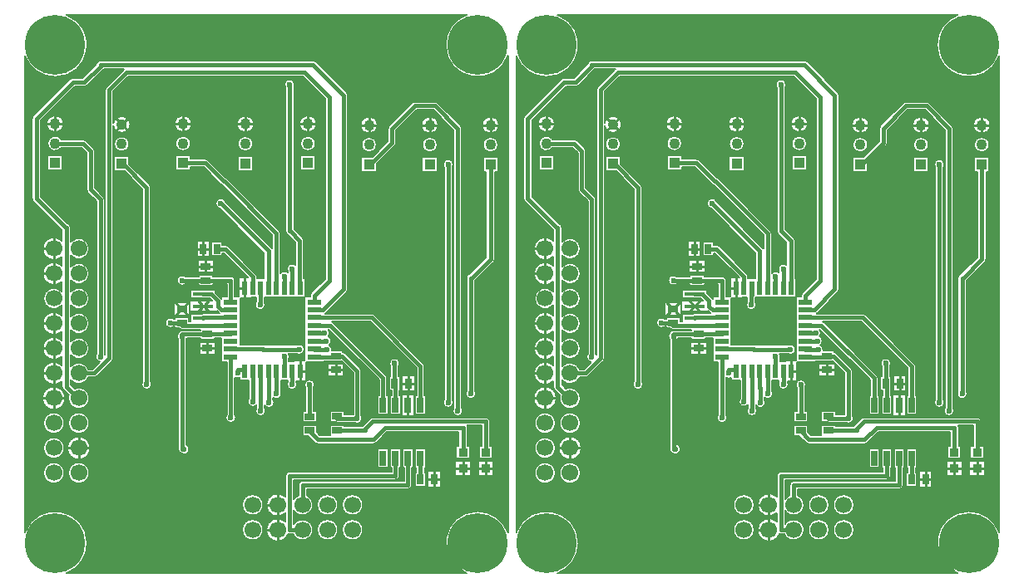
<source format=gtl>
G04 EasyPC Gerber Version 21.0.3 Build 4286 *
G04 #@! TF.Part,Single*
G04 #@! TF.FileFunction,Copper,L1,Top *
G04 #@! TF.FilePolarity,Positive *
%FSLAX45Y45*%
%MOIN*%
G04 #@! TA.AperFunction,SMDPad*
%ADD28R,0.02362X0.05807*%
%ADD25R,0.02559X0.03937*%
%ADD24R,0.02559X0.05906*%
G04 #@! TA.AperFunction,ComponentPad*
%ADD75R,0.04331X0.04331*%
G04 #@! TD.AperFunction*
%ADD70C,0.00500*%
%ADD71C,0.01000*%
%ADD78C,0.01500*%
G04 #@! TA.AperFunction,ViaPad*
%ADD77C,0.02362*%
G04 #@! TA.AperFunction,ComponentPad*
%ADD76C,0.04331*%
%ADD74C,0.06693*%
G04 #@! TA.AperFunction,WasherPad*
%ADD23C,0.24016*%
G04 #@! TA.AperFunction,SMDPad*
%ADD73R,0.08268X0.01575*%
%ADD27R,0.05807X0.02362*%
%ADD26R,0.03937X0.02559*%
%ADD29R,0.03740X0.03346*%
X0Y0D02*
D02*
D70*
X9900Y205531D02*
Y175063D01*
X20685Y164277*
G75*
G02X21881Y162591I-591J-1687*
G01*
Y156921*
G75*
G02X29320Y154175I3213J-2746*
G01*
G75*
G02X21881Y151429I-4226*
G01*
Y146921*
G75*
G02X29320Y144175I3213J-2746*
G01*
G75*
G02X21881Y141429I-4226*
G01*
Y136921*
G75*
G02X29320Y134175I3213J-2746*
G01*
G75*
G02X21881Y131429I-4226*
G01*
Y126921*
G75*
G02X29320Y124175I3213J-2746*
G01*
G75*
G02X21881Y121429I-4226*
G01*
Y116921*
G75*
G02X29320Y114175I3213J-2746*
G01*
G75*
G02X21881Y111429I-4226*
G01*
Y106921*
G75*
G02X28993Y105805I3213J-2746*
G01*
X30651*
X33595Y108749*
G75*
G02X32192Y112059I227J2048*
G01*
Y173272*
X28677Y176787*
G75*
G02X28198Y177941I1151J1154*
G01*
Y192742*
X26146Y194794*
X18173*
G75*
G02X12556Y196424I-2572J1630*
G01*
G75*
G02X18173Y198054I3045*
G01*
X26822*
G75*
G02X27976Y197575J-1630*
G01*
X30980Y194571*
G75*
G02X31458Y193417I-1151J-1154*
G01*
Y178617*
X34973Y175102*
G75*
G02X35452Y173948I-1151J-1154*
G01*
Y112059*
G75*
G02X35687Y111676I-1629J-1261*
G01*
Y218003*
G75*
G02X36165Y219157I1630*
G01*
X43152Y226143*
G75*
G02X43211Y226200I1154J-1150*
G01*
X35062*
X28598Y219737*
G75*
G02X27332Y219211I-1266J1262*
G01*
X23580*
X9900Y205531*
X12185Y204298D02*
G75*
G02X19016I3415D01*
G01*
G75*
G02X12185I-3415*
G01*
X12556Y191596D02*
X18646D01*
Y185506*
X12556*
Y191596*
X30901Y106055D02*
G36*
X33595Y108749D01*
G75*
G02X31761Y110797I227J2048*
G01*
G75*
G02X32192Y112059I2061*
G01*
Y173272*
X28677Y176787*
G75*
G02X28198Y177941I1150J1154*
G01*
Y177941*
Y188551*
X18646*
Y185506*
X12556*
Y188551*
X10150*
Y174813*
X20685Y164277*
G75*
G02X21881Y162591I-592J-1687*
G01*
Y156921*
G75*
G02X29320Y154175I3213J-2746*
G01*
Y154175*
Y154174*
G75*
G02X21881Y151429I-4226*
G01*
Y146921*
G75*
G02X29320Y144175I3213J-2746*
G01*
Y144175*
Y144174*
G75*
G02X21881Y141429I-4226*
G01*
Y136921*
G75*
G02X29320Y134175I3213J-2746*
G01*
Y134175*
Y134174*
G75*
G02X21881Y131429I-4226*
G01*
Y126921*
G75*
G02X29320Y124175I3213J-2746*
G01*
Y124175*
Y124174*
G75*
G02X21881Y121429I-4226*
G01*
Y116921*
G75*
G02X29320Y114175I3213J-2746*
G01*
Y114175*
Y114174*
G75*
G02X21881Y111429I-4226*
G01*
Y106921*
G75*
G02X28879Y106055I3213J-2746*
G01*
X30901*
G37*
X35687Y188551D02*
G36*
X31458D01*
Y178617*
X34973Y175102*
G75*
G02X35452Y173948I-1150J-1154*
G01*
Y173948*
Y112059*
G75*
G02X35687Y111676I-1604J-1246*
G01*
Y188551*
G37*
Y204298D02*
G36*
X19016D01*
G75*
G02X12185I-3415*
G01*
X10150*
Y188551*
X12556*
Y191596*
X18646*
Y188551*
X28198*
Y192742*
X26146Y194794*
X18173*
G75*
G02X12556Y196424I-2572J1630*
G01*
G75*
G02X18173Y198054I3045*
G01*
X26822*
G75*
G02X27976Y197575I0J-1629*
G01*
X30980Y194571*
G75*
G02X31458Y193417I-1150J-1154*
G01*
Y193417*
Y188551*
X35687*
Y204298*
G37*
X42958Y225950D02*
G36*
X34812D01*
X28598Y219737*
G75*
G02X27332Y219211I-1266J1262*
G01*
X23580*
X10150Y205781*
Y204298*
X12185*
G75*
G02X19016I3415*
G01*
X35687*
Y218003*
Y218004*
G75*
G02X36165Y219157I1629*
G01*
X42958Y225950*
G37*
X99369Y134683D02*
Y132901D01*
G75*
G02X99800Y131639I-1630J-1261*
G01*
G75*
G02X95678I-2061*
G01*
G75*
G02X96109Y132901I2061*
G01*
Y134683*
X94120*
Y134313*
X89813*
Y115693*
X112678*
G75*
G02X115507Y113781I769J-1912*
G01*
G75*
G02X112228Y112119I-2061*
G01*
X109134*
G75*
G02X109225Y109865I-1678J-1196*
G01*
Y108880*
X111306*
Y109250*
X115617*
Y134683*
X99369*
G36*
Y132901*
G75*
G02X99800Y131639I-1630J-1261*
G01*
G75*
G02X95678I-2061*
G01*
G75*
G02X96109Y132901I2061*
G01*
Y134683*
X94120*
Y134313*
X89813*
Y115693*
X112678*
G75*
G02X115507Y113781I769J-1912*
G01*
G75*
G02X112228Y112119I-2061*
G01*
X109134*
G75*
G02X109225Y109865I-1678J-1196*
G01*
Y108880*
X111306*
Y109250*
X115617*
Y134683*
X99369*
G37*
X197042Y231526D02*
G75*
G02X172056Y235967I-12098J4441D01*
G01*
G75*
G02X180502Y248065I12888J0*
G01*
X20093*
G75*
G02X15652Y223079I-4441J-12098*
G01*
G75*
G02X3554Y231526I0J12888*
G01*
Y40407*
G75*
G02X28540Y35967I12098J-4441*
G01*
G75*
G02X20093Y23868I-12888J0*
G01*
X180502*
G75*
G02X184943Y48854I4441J12098*
G01*
G75*
G02X197042Y40407I0J-12888*
G01*
Y231526*
X186660Y203798D02*
G75*
G02X193491I3415D01*
G01*
G75*
G02X186660I-3415*
G01*
X187030Y191096D02*
X193120D01*
Y185006*
X191865*
Y149985*
G75*
G02X191341Y148721I-1787*
G01*
X184000Y141383*
Y96972*
G75*
G02X184274Y95946I-1787J-1026*
G01*
G75*
G02X180152I-2061*
G01*
G75*
G02X180426Y96972I2061*
G01*
Y142498*
G75*
G02X181798Y144237I1787*
G01*
X188290Y150726*
Y185006*
X187030*
Y191096*
X187030Y195924D02*
G75*
G02X193121I3045D01*
G01*
G75*
G02X187030I-3045*
G01*
X137987Y203798D02*
G75*
G02X144818I3415D01*
G01*
G75*
G02X137987I-3415*
G01*
X178601Y90343D02*
G75*
G02X179032Y89081I-1630J-1261D01*
G01*
G75*
G02X174910I-2061*
G01*
G75*
G02X175341Y90343I2061*
G01*
Y201728*
X167185Y209883*
X160424*
X152268Y201728*
Y196662*
G75*
G02X151789Y195508I-1630*
G01*
X144447Y188166*
Y185006*
X138357*
Y191096*
X142767*
X149008Y197337*
Y202403*
G75*
G02X149487Y203557I1630*
G01*
X158594Y212665*
G75*
G02X159748Y213143I1154J-1151*
G01*
X167861*
G75*
G02X169015Y212665J-1630*
G01*
X178122Y203557*
G75*
G02X178601Y202403I-1151J-1154*
G01*
Y90343*
X171041Y188050D02*
G75*
G02X175163I2061D01*
G01*
G75*
G02X174732Y186789I-2061*
G01*
Y93713*
G75*
G02X175163Y92451I-1630J-1261*
G01*
G75*
G02X171041I-2061*
G01*
G75*
G02X171472Y93713I2061*
G01*
Y186789*
G75*
G02X171041Y188050I1630J1261*
G01*
X162324Y203798D02*
G75*
G02X169154I3415D01*
G01*
G75*
G02X162324I-3415*
G01*
X162694Y195924D02*
G75*
G02X168784I3045D01*
G01*
G75*
G02X162694I-3045*
G01*
X162695Y191096D02*
X168786D01*
Y185006*
X162695*
Y191096*
X138357Y195924D02*
G75*
G02X144448I3045D01*
G01*
G75*
G02X138357I-3045*
G01*
X163637Y95183D02*
X164168D01*
Y87518*
X159849*
Y95183*
X160377*
Y106253*
X141756Y124874*
X126427*
G75*
G02X126992Y124506I-589J-1520*
G01*
X148158Y103340*
G75*
G02X148637Y102186I-1151J-1154*
G01*
Y95183*
X149168*
Y87518*
X144849*
Y95183*
X145377*
Y101511*
X125163Y121725*
X125140*
G75*
G02X125078Y119017I-1585J-1318*
G01*
G75*
G02X125330Y115452I-898J-1855*
G01*
G75*
G02X126596Y113262I-776J-1909*
G01*
X130896*
Y112708*
G75*
G02X131767Y112254I-282J-1605*
G01*
X137811Y106210*
G75*
G02X138290Y105056I-1151J-1154*
G01*
Y87348*
G75*
G02X135398Y84456I-1630J-1261*
G01*
X128672*
G75*
G02X127768Y84730J1630*
G01*
X125825*
Y89049*
X131522*
Y87716*
X135030*
Y104381*
X130468Y108943*
X125199*
Y109126*
X123183*
Y108695*
X116168*
Y101080*
G75*
G02X119195Y98304I1397J-1515*
G01*
Y88927*
X120412*
Y84608*
X114715*
Y88927*
X115935*
Y98304*
G75*
G02X116032Y100943I1630J1261*
G01*
X112363*
Y100716*
G75*
G02X112637Y99690I-1787J-1026*
G01*
G75*
G02X108515I-2061*
G01*
G75*
G02X108789Y100716I2061*
G01*
Y101313*
X106076*
Y97051*
G75*
G02X102970Y94402I-1740J-1105*
G01*
Y93713*
G75*
G02X103402Y92451I-1630J-1261*
G01*
G75*
G02X99619Y91318I-2061*
G01*
Y90343*
G75*
G02X100050Y89081I-1630J-1261*
G01*
G75*
G02X95928I-2061*
G01*
G75*
G02X96359Y90343I2061*
G01*
Y91433*
G75*
G02X93209Y94087I-1520J1392*
G01*
Y101313*
X89628*
Y102324*
G75*
G02X87658Y102425I-893J1858*
G01*
Y87597*
G75*
G02X88089Y86336I-1630J-1261*
G01*
G75*
G02X83967I-2061*
G01*
G75*
G02X84398Y87597I2061*
G01*
Y108695*
X82246*
Y118209*
X79479*
Y117679*
X73782*
Y118209*
X68410*
G75*
G02X68150Y117772I-1889J825*
G01*
Y75620*
G75*
G02X69387Y73731I-825J-1889*
G01*
G75*
G02X65932Y72211I-2062*
G01*
G75*
G02X64891Y73731I588J1520*
G01*
Y117772*
G75*
G02X65000Y120427I1630J1263*
G01*
G75*
G02X66520Y121469I1520J-588*
G01*
X73782*
Y121725*
X66396*
G75*
G02X65145Y122309J1630*
G01*
X63546*
Y122840*
X63039*
G75*
G02X59717Y124470I-1261J1630*
G01*
G75*
G02X63039Y126100I2061*
G01*
X63546*
Y126628*
X69243*
Y124985*
X69994*
Y128085*
X74367*
G75*
G02X75007Y128203I640J-1669*
G01*
X81503*
G75*
G02X81092Y128503I743J1451*
G01*
X80392Y129202*
Y129104*
X69624*
Y133179*
X78507*
X77488Y134199*
X69994*
Y137533*
X80022*
Y136275*
X81899Y134398*
G75*
G02X82246Y133885I-1152J-1154*
G01*
Y134864*
X84398*
Y139865*
X78853*
Y139337*
X73156*
Y139865*
X67782*
G75*
G02X64459Y141495I-1261J1630*
G01*
G75*
G02X67782Y143125I2061*
G01*
X73156*
Y143656*
X78853*
Y143125*
X86028*
G75*
G02X87658Y141495J-1630*
G01*
Y134864*
X89258*
Y142620*
X92911*
X83057Y152474*
X82662*
Y151254*
X78343*
Y156951*
X82662*
Y155734*
X83732*
G75*
G02X84886Y155255J-1630*
G01*
X95991Y144150*
G75*
G02X96469Y142996I-1151J-1154*
G01*
Y142250*
X99351*
Y152490*
X81522Y170320*
G75*
G02X79935Y172325I474J2006*
G01*
G75*
G02X83966Y172930I2061*
G01*
X102400Y154496*
G75*
G02X102658Y154171I-1262J-1266*
G01*
Y159592*
X82613Y179637*
G75*
G02X81965Y180035I506J1550*
G01*
X75081Y186920*
X69939*
Y185506*
X63849*
Y191596*
X69939*
Y190180*
X75756*
G75*
G02X76910Y189701J-1630*
G01*
X83875Y182735*
G75*
G02X84523Y182337I-506J-1550*
G01*
X105439Y161421*
G75*
G02X105918Y160267I-1151J-1154*
G01*
Y144493*
G75*
G02X108800Y144684I1538J-1372*
G01*
Y145071*
G75*
G02X111784Y147787I1776J1046*
G01*
Y156609*
X108439Y159954*
G75*
G02X107916Y161218I1264J1263*
G01*
Y218906*
G75*
G02X107517Y220125I1662J1219*
G01*
G75*
G02X111639I2061*
G01*
G75*
G02X111491Y219358I-2061*
G01*
Y161958*
X114835Y158613*
G75*
G02X115359Y157349I-1264J-1263*
G01*
Y142250*
X115798*
Y134864*
X117769*
Y135386*
G75*
G02X118247Y136540I1630*
G01*
X123798Y142090*
Y214333*
X114768Y223362*
X44981*
X38946Y217328*
Y204648*
G75*
G02X45724Y204048I3362J-600*
G01*
G75*
G02X38946Y203448I-3415*
G01*
Y110165*
G75*
G02X38468Y109011I-1630*
G01*
X32480Y103024*
G75*
G02X31326Y102545I-1154J1151*
G01*
X28993*
G75*
G02X21881Y101429I-3900J1630*
G01*
Y99557*
X23393Y98044*
G75*
G02X29320Y94175I1700J-3869*
G01*
G75*
G02X20867I-4226*
G01*
G75*
G02X21033Y95348I4226J0*
G01*
X18830Y97552*
G75*
G02X18306Y98816I1264J1264*
G01*
G75*
G02Y98817I635J0*
G01*
G75*
G02Y98819I641J1*
G01*
Y100887*
G75*
G02X10497Y104175I-3213J3287*
G01*
G75*
G02X18306Y107462I4596*
G01*
Y110887*
G75*
G02X10497Y114175I-3213J3287*
G01*
G75*
G02X18306Y117462I4596*
G01*
Y120887*
G75*
G02X10497Y124175I-3213J3287*
G01*
G75*
G02X18306Y127462I4596*
G01*
Y131429*
G75*
G02X10867Y134175I-3213J2746*
G01*
G75*
G02X18306Y136921I4226*
G01*
Y140887*
G75*
G02X10497Y144175I-3213J3287*
G01*
G75*
G02X18306Y147462I4596*
G01*
Y150887*
G75*
G02X10497Y154175I-3213J3287*
G01*
G75*
G02X18306Y157462I4596*
G01*
Y161600*
X6851Y173056*
G75*
G02X6325Y174322I1262J1266*
G01*
Y206272*
G75*
G02X6851Y207538I1787*
G01*
X21573Y222260*
G75*
G02X22839Y222786I1266J-1262*
G01*
X26592*
X32054Y228248*
G75*
G02X33822Y229775I1769J-260*
G01*
X118938*
G75*
G02X120204Y229249J-1787*
G01*
X132430Y217023*
G75*
G02X132956Y215757I-1262J-1266*
G01*
Y137891*
G75*
G02X132430Y136625I-1787*
G01*
X124198Y128392*
G75*
G02X123872Y128134I-1266J1262*
G01*
X142431*
G75*
G02X143585Y127656J-1630*
G01*
X163158Y108082*
G75*
G02X163637Y106928I-1151J-1154*
G01*
Y95183*
X153637D02*
X154168D01*
Y87518*
X149849*
Y95183*
X150377*
Y97215*
X149473*
Y102911*
X150002*
Y106915*
G75*
G02X149571Y108176I1630J1261*
G01*
G75*
G02X153693I2061*
G01*
G75*
G02X153262Y106915I-2061*
G01*
Y102911*
X153792*
Y97215*
X153637*
Y95183*
X154479Y95553D02*
X159538D01*
Y87148*
X154479*
Y95553*
X154654Y103281D02*
X159713D01*
Y96844*
X154654*
Y103281*
X124829Y108081D02*
X131266D01*
Y103022*
X124829*
Y108081*
X189833Y74939D02*
X190955D01*
Y69833*
X185455*
Y74939*
X186574*
Y83208*
X180719*
G75*
G02X180880Y82467I-1626J-741*
G01*
Y74939*
X181843*
Y69833*
X176343*
Y74939*
X177306*
Y80680*
X148646*
X144430Y76352*
G75*
G02X143148Y75812I-1280J1247*
G01*
X120810*
G75*
G02X119544Y76338J1787*
G01*
X116824Y79057*
X114715*
Y83376*
X120412*
Y80526*
X121550Y79387*
X125825*
Y83498*
X131522*
Y82970*
X138727*
G75*
G02X138754Y82997I1157J-1097*
G01*
X141746Y85989*
G75*
G02X142900Y86468I1154J-1151*
G01*
X188204*
G75*
G02X189833Y84838J-1630*
G01*
Y74939*
X185085Y69010D02*
X191325D01*
Y63163*
X185085*
Y69010*
X154849Y73923D02*
X159168D01*
Y66258*
X158637*
Y59378*
G75*
G02X157007Y57748I-1630*
G01*
X116393*
Y55253*
G75*
G02X118989Y51353I-1630J-3900*
G01*
G75*
G02X111207Y49069I-4226*
G01*
Y43637*
G75*
G02X118989Y41353I3556J-2284*
G01*
G75*
G02X110864Y39722I-4226*
G01*
X109577*
G75*
G02X109088Y39798I0J1630*
G01*
G75*
G02X100167Y41353I-4325J1556*
G01*
G75*
G02X107947Y44668I4596*
G01*
Y48038*
G75*
G02X100167Y51353I-3184J3315*
G01*
G75*
G02X107947Y54668I4596*
G01*
Y63124*
G75*
G02X109577Y64754I1630*
G01*
X150376*
Y66258*
X149849*
Y73923*
X154168*
Y66258*
X153636*
Y63124*
G75*
G02X152006Y61494I-1630*
G01*
X111207*
Y53637*
G75*
G02X113133Y55253I3556J-2284*
G01*
Y59378*
G75*
G02X114763Y61008I1630*
G01*
X155377*
Y66258*
X154849*
Y73923*
X120537Y41353D02*
G75*
G02X128989I4226D01*
G01*
G75*
G02X120537I-4226*
G01*
Y51353D02*
G75*
G02X128989I4226D01*
G01*
G75*
G02X120537I-4226*
G01*
X130537Y41353D02*
G75*
G02X138989I4226D01*
G01*
G75*
G02X130537I-4226*
G01*
Y51353D02*
G75*
G02X138989I4226D01*
G01*
G75*
G02X130537I-4226*
G01*
X159849Y73923D02*
X164168D01*
Y66258*
X163778*
Y64474*
X164152*
Y58778*
X159833*
Y64474*
X160204*
Y66258*
X159849*
Y73923*
X165014Y64844D02*
X170073D01*
Y58407*
X165014*
Y64844*
X175973Y69010D02*
X182213D01*
Y63163*
X175973*
Y69010*
X144849Y73923D02*
X149168D01*
Y66258*
X144849*
Y73923*
X90537Y41353D02*
G75*
G02X98989I4226D01*
G01*
G75*
G02X90537I-4226*
G01*
Y51353D02*
G75*
G02X98989I4226D01*
G01*
G75*
G02X90537I-4226*
G01*
X73412Y116817D02*
X79849D01*
Y111758*
X73412*
Y116817*
X72422Y157321D02*
X77481D01*
Y150884*
X72422*
Y157321*
X72786Y149577D02*
X79223D01*
Y144518*
X72786*
Y149577*
X63176Y132549D02*
X69613D01*
Y127490*
X63176*
Y132549*
X63480Y204298D02*
G75*
G02X70310I3415D01*
G01*
G75*
G02X63480I-3415*
G01*
X63850Y196424D02*
G75*
G02X69940I3045D01*
G01*
G75*
G02X63850I-3045*
G01*
X88440Y204173D02*
G75*
G02X95271I3415D01*
G01*
G75*
G02X88440I-3415*
G01*
X88809Y191470D02*
X94900D01*
Y185380*
X88809*
Y191470*
X88810Y196299D02*
G75*
G02X94901I3045D01*
G01*
G75*
G02X88810I-3045*
G01*
X113526Y204298D02*
G75*
G02X120356I3415D01*
G01*
G75*
G02X113526I-3415*
G01*
X113896Y196424D02*
G75*
G02X119986I3045D01*
G01*
G75*
G02X113896I-3045*
G01*
X113896Y191596D02*
X119987D01*
Y185506*
X113896*
Y191596*
X53924Y100950D02*
G75*
G02X54354Y99690I-1631J-1260D01*
G01*
G75*
G02X50232I-2061*
G01*
G75*
G02X50664Y100952I2061*
G01*
Y178140*
X43549Y185254*
X39262*
Y191344*
X45353*
Y188060*
X53445Y179969*
G75*
G02X53924Y178815I-1151J-1154*
G01*
Y100950*
X39263Y196174D02*
G75*
G02X45354I3045D01*
G01*
G75*
G02X39263I-3045*
G01*
X20497Y74175D02*
G75*
G02X29690I4596D01*
G01*
G75*
G02X20497I-4596*
G01*
X20867Y64175D02*
G75*
G02X29320I4226D01*
G01*
G75*
G02X20867I-4226*
G01*
Y84175D02*
G75*
G02X29320I4226D01*
G01*
G75*
G02X20867I-4226*
G01*
X10497Y94175D02*
G75*
G02X19690I4596D01*
G01*
G75*
G02X10497I-4596*
G01*
X10867Y64175D02*
G75*
G02X19320I4226D01*
G01*
G75*
G02X10867I-4226*
G01*
Y74175D02*
G75*
G02X19320I4226D01*
G01*
G75*
G02X10867I-4226*
G01*
Y84175D02*
G75*
G02X19320I4226D01*
G01*
G75*
G02X10867I-4226*
G01*
X3944Y41353D02*
G36*
X3804D01*
Y41037*
G75*
G02X3944Y41353I11847J-5078*
G01*
G37*
X179873Y24118D02*
G36*
G75*
G02X172056Y35967I5070J11848D01*
G01*
G75*
G02X173235Y41353I12888J0*
G01*
X138989*
G75*
G02X130537I-4226*
G01*
X128989*
G75*
G02X120537I-4226*
G01*
X118989*
G75*
G02X110864Y39722I-4226*
G01*
X109577*
G75*
G02X109088Y39798J1628*
G01*
G75*
G02X100167Y41353I-4325J1556*
G01*
X98989*
G75*
G02X90537I-4226*
G01*
X27360*
G75*
G02X28540Y35967I-11709J-5386*
G01*
G75*
G02X20722Y24118I-12889J1*
G01*
X179873*
G37*
X196792Y41037D02*
G36*
Y41353D01*
X196651*
G75*
G02X196792Y41037I-11706J-5394*
G01*
G37*
X100167Y51353D02*
G36*
X98989D01*
G75*
G02X90537I-4226*
G01*
X3804*
Y41353*
X3944*
G75*
G02X27360I11708J-5387*
G01*
X90537*
G75*
G02X98989I4226*
G01*
X100167*
G75*
G02X107947Y44668I4596*
G01*
Y48038*
G75*
G02X100167Y51353I-3184J3315*
G01*
G37*
X196651Y41353D02*
G36*
X196792D01*
Y51353*
X138989*
G75*
G02X130537I-4226*
G01*
X128989*
G75*
G02X120537I-4226*
G01*
X118989*
G75*
G02X111207Y49069I-4226J0*
G01*
Y43637*
G75*
G02X118989Y41353I3556J-2285*
G01*
X120537*
G75*
G02X128989I4226*
G01*
X130537*
G75*
G02X138989I4226*
G01*
X173235*
G75*
G02X184943Y48854I11708J-5387*
G01*
G75*
G02X196651Y41353I-1J-12889*
G01*
G37*
X107947Y61626D02*
G36*
X28465D01*
G75*
G02X21722I-3371J2549*
G01*
X18465*
G75*
G02X11722I-3371J2549*
G01*
X3804*
Y51353*
X90537*
G75*
G02X98989I4226*
G01*
X100167*
G75*
G02X107947Y54668I4596*
G01*
Y61626*
G37*
X155377D02*
G36*
X152648D01*
G75*
G02X152006Y61494I-643J1498*
G01*
X111207*
Y53637*
G75*
G02X113133Y55253I3555J-2283*
G01*
Y59378*
G75*
G02X114763Y61008I1630*
G01*
X155377*
Y61626*
G37*
X170073D02*
G36*
Y58407D01*
X165014*
Y61626*
X164152*
Y58778*
X159833*
Y61626*
X158637*
Y59378*
G75*
G02X157007Y57748I-1630*
G01*
X116393*
Y55253*
G75*
G02X118989Y51353I-1631J-3900*
G01*
X120537*
G75*
G02X128989I4226*
G01*
X130537*
G75*
G02X138989I4226*
G01*
X196792*
Y61626*
X170073*
G37*
X11324Y66087D02*
G36*
X3804D01*
Y61626*
X11722*
G75*
G02X10867Y64175I3371J2549*
G01*
G75*
G02X11324Y66087I4226*
G01*
G37*
X21324D02*
G36*
X18863D01*
G75*
G02X19320Y64175I-3769J-1912*
G01*
G75*
G02X18465Y61626I-4226*
G01*
X21722*
G75*
G02X20867Y64175I3371J2549*
G01*
G75*
G02X21324Y66087I4226*
G01*
G37*
X150376D02*
G36*
X28863D01*
G75*
G02X29320Y64175I-3769J-1912*
G01*
G75*
G02X28465Y61626I-4226*
G01*
X107947*
Y63124*
G75*
G02X109577Y64754I1630*
G01*
X150376*
Y66087*
G37*
X155377D02*
G36*
X153636D01*
Y63124*
G75*
G02X152648Y61626I-1631J1*
G01*
X155377*
Y66087*
G37*
X159833Y61626D02*
G36*
Y64474D01*
X160204*
Y66087*
X158637*
Y61626*
X159833*
G37*
X191325Y66087D02*
G36*
Y63163D01*
X185085*
Y66087*
X182213*
Y63163*
X175973*
Y66087*
X163778*
Y64474*
X164152*
Y61626*
X165014*
Y64844*
X170073*
Y61626*
X196792*
Y66087*
X191325*
G37*
X149849Y70091D02*
G36*
X149168D01*
Y66258*
X144849*
Y70091*
X27202*
G75*
G02X22985I-2109J4084*
G01*
X16180*
G75*
G02X14007I-1087J4083*
G01*
X3804*
Y66087*
X11324*
G75*
G02X18863I3769J-1912*
G01*
X21324*
G75*
G02X28863I3769J-1912*
G01*
X150376*
Y66258*
X149849*
Y70091*
G37*
X190955D02*
G36*
Y69833D01*
X185455*
Y70091*
X181843*
Y69833*
X176343*
Y70091*
X164168*
Y66258*
X163778*
Y66087*
X175973*
Y69010*
X182213*
Y66087*
X185085*
Y69010*
X191325*
Y66087*
X196792*
Y70091*
X190955*
G37*
X154849D02*
G36*
X154168D01*
Y66258*
X153636*
Y66087*
X155377*
Y66258*
X154849*
Y70091*
G37*
X159849D02*
G36*
X159168D01*
Y66258*
X158637*
Y66087*
X160204*
Y66258*
X159849*
Y70091*
G37*
X13659Y78150D02*
G36*
X3804D01*
Y70091*
X14007*
G75*
G02X10867Y74175I1087J4084*
G01*
G75*
G02X13659Y78150I4226*
G01*
G37*
X22787D02*
G36*
X16528D01*
G75*
G02X19320Y74175I-1434J-3976*
G01*
G75*
G02X16180Y70091I-4226*
G01*
X22985*
G75*
G02X20497Y74175I2109J4084*
G01*
G75*
G02X22787Y78150I4596*
G01*
G37*
X176343Y70091D02*
G36*
Y74939D01*
X177306*
Y78150*
X146182*
X144430Y76352*
G75*
G02X143148Y75812I-1280J1246*
G01*
X120810*
G75*
G02X119544Y76338J1788*
G01*
X117731Y78150*
X68150*
Y75620*
G75*
G02X69387Y73731I-824J-1889*
G01*
Y73731*
G75*
G02X65932Y72211I-2062J0*
G01*
G75*
G02X64891Y73731I589J1520*
G01*
Y78150*
X27401*
G75*
G02X29690Y74175I-2307J-3976*
G01*
G75*
G02X27202Y70091I-4596*
G01*
X144849*
Y73923*
X149168*
Y70091*
X149849*
Y73923*
X154168*
Y70091*
X154849*
Y73923*
X159168*
Y70091*
X159849*
Y73923*
X164168*
Y70091*
X176343*
G37*
X185455D02*
G36*
Y74939D01*
X186574*
Y78150*
X180880*
Y74939*
X181843*
Y70091*
X185455*
G37*
X190955D02*
G36*
X196792D01*
Y78150*
X189833*
Y74939*
X190955*
Y70091*
G37*
X64891Y84175D02*
G36*
X29320D01*
G75*
G02X20867I-4226*
G01*
X19320*
G75*
G02X10867I-4226*
G01*
X3804*
Y78150*
X13659*
G75*
G02X16528I1434J-3976*
G01*
X22787*
G75*
G02X27401I2307J-3976*
G01*
X64891*
Y84175*
G37*
X139931D02*
G36*
X137431D01*
G75*
G02X135889I-771J1911*
G01*
X68150*
Y78150*
X117731*
X116824Y79057*
X114715*
Y83376*
X120412*
Y80526*
X121550Y79387*
X125825*
Y83498*
X131522*
Y82970*
X138727*
G75*
G02X138754Y82997I475J-435*
G01*
X139931Y84175*
G37*
X177306Y78150D02*
G36*
Y80680D01*
X148646*
X146182Y78150*
X177306*
G37*
X186574D02*
G36*
Y83208D01*
X180719*
G75*
G02X180880Y82468I-1620J-740*
G01*
G75*
G02Y82467I-1829J0*
G01*
Y78150*
X186574*
G37*
X189833Y84175D02*
G36*
Y78150D01*
X196792*
Y84175*
X189833*
G37*
X64891Y91350D02*
G36*
X28238D01*
G75*
G02X21950I-3144J2824*
G01*
X18720*
G75*
G02X11467I-3626J2824*
G01*
X3804*
Y84175*
X10867*
G75*
G02X19320I4226*
G01*
X20867*
G75*
G02X29320I4226*
G01*
X64891*
Y91350*
G37*
X135030D02*
G36*
X119195D01*
Y88927*
X120412*
Y84608*
X114715*
Y88927*
X115935*
Y91350*
X103083*
G75*
G02X99619Y91318I-1743J1101*
G01*
Y90343*
G75*
G02X100050Y89082I-1628J-1261*
G01*
G75*
G02Y89081I-2374J0*
G01*
G75*
G02X95928I-2061*
G01*
G75*
G02Y89082I2374J0*
G01*
G75*
G02X96359Y90343I2059*
G01*
Y91350*
X96279*
G75*
G02X93400I-1439J1475*
G01*
X87658*
Y87597*
G75*
G02X88089Y86337I-1628J-1261*
G01*
G75*
G02Y86336I-2374J0*
G01*
G75*
G02X83967I-2061*
G01*
G75*
G02Y86337I2374J0*
G01*
G75*
G02X84398Y87597I2059*
G01*
Y91350*
X68150*
Y84175*
X135889*
G75*
G02X135398Y84456I771J1912*
G01*
X128672*
G75*
G02X127768Y84730I0J1631*
G01*
X125825*
Y89049*
X131522*
Y87716*
X135030*
Y91350*
G37*
X189833Y84175D02*
G36*
X196792D01*
Y91350*
X178601*
Y90343*
G75*
G02X179032Y89082I-1628J-1261*
G01*
G75*
G02Y89081I-2374J0*
G01*
G75*
G02X174910I-2061*
G01*
G75*
G02Y89082I2374J0*
G01*
G75*
G02X175341Y90343I2059*
G01*
Y91350*
X174845*
G75*
G02X171360I-1743J1101*
G01*
X164168*
Y87518*
X159849*
Y91350*
X159538*
Y87148*
X154479*
Y91350*
X154168*
Y87518*
X149849*
Y91350*
X149168*
Y87518*
X144849*
Y91350*
X138290*
Y87348*
G75*
G02X138721Y86086I-1630J-1261*
G01*
G75*
G02X137431Y84175I-2061*
G01*
X139931*
X141746Y85989*
G75*
G02X142900Y86468I1154J-1150*
G01*
X188204*
G75*
G02X189833Y84838J-1630*
G01*
Y84175*
G37*
X21950Y91350D02*
G36*
G75*
G02X20867Y94175I3144J2824D01*
G01*
G75*
G02X21033Y95348I4230*
G01*
X18830Y97552*
G75*
G02X18306Y98816I1265J1265*
G01*
Y98817*
Y98819*
Y98878*
X3804*
Y91350*
X11467*
G75*
G02X10497Y94175I3626J2824*
G01*
G75*
G02X19690I4596*
G01*
G75*
G02X18720Y91350I-4596*
G01*
X21950*
G37*
X64891Y98878D02*
G36*
X54187D01*
G75*
G02X50399I-1894J812*
G01*
X22560*
X23393Y98044*
G75*
G02X29320Y94175I1700J-3870*
G01*
G75*
G02X28238Y91350I-4226*
G01*
X64891*
Y98878*
G37*
X115622D02*
G36*
X112470D01*
G75*
G02X108682I-1894J812*
G01*
X106076*
Y97051*
G75*
G02X106397Y95946I-1740J-1105*
G01*
G75*
G02X102970Y94402I-2061*
G01*
Y93713*
G75*
G02X103402Y92452I-1628J-1261*
G01*
G75*
G02Y92451I-2374J0*
G01*
G75*
G02X103083Y91350I-2061*
G01*
X115935*
Y98304*
G75*
G02X115622Y98878I1631J1261*
G01*
G37*
X84398D02*
G36*
X68150D01*
Y91350*
X84398*
Y98878*
G37*
X96359Y91350D02*
G36*
Y91433D01*
G75*
G02X96279Y91350I-1520J1389*
G01*
X96359*
G37*
X93209Y98878D02*
G36*
X87658D01*
Y91350*
X93400*
G75*
G02X92778Y92826I1439J1476*
G01*
G75*
G02X93209Y94087I2061*
G01*
Y98878*
G37*
X135030D02*
G36*
X119508D01*
G75*
G02X119195Y98304I-1943J687*
G01*
Y91350*
X135030*
Y98878*
G37*
X144849Y91350D02*
G36*
Y95183D01*
X145377*
Y98878*
X138290*
Y91350*
X144849*
G37*
X149849D02*
G36*
Y95183D01*
X150377*
Y97215*
X149473*
Y98878*
X148637*
Y95183*
X149168*
Y91350*
X149849*
G37*
X159849D02*
G36*
Y95183D01*
X160377*
Y98878*
X159713*
Y96844*
X154654*
Y98878*
X153792*
Y97215*
X153637*
Y95183*
X154168*
Y91350*
X154479*
Y95553*
X159538*
Y91350*
X159849*
G37*
X171360D02*
G36*
G75*
G02X171041Y92451I1743J1101D01*
G01*
G75*
G02Y92452I2374J0*
G01*
G75*
G02X171472Y93713I2059*
G01*
Y98878*
X163637*
Y95183*
X164168*
Y91350*
X171360*
G37*
X175341Y98878D02*
G36*
X174732D01*
Y93713*
G75*
G02X175163Y92452I-1628J-1261*
G01*
G75*
G02Y92451I-2374J0*
G01*
G75*
G02X174845Y91350I-2061*
G01*
X175341*
Y98878*
G37*
X184000D02*
G36*
Y96972D01*
G75*
G02X184274Y95946I-1788J-1026*
G01*
G75*
G02X180152I-2061*
G01*
G75*
G02X180426Y96972I2062J0*
G01*
Y98878*
X178601*
Y91350*
X196792*
Y98878*
X184000*
G37*
X10708Y105551D02*
G36*
X3804D01*
Y98878*
X18306*
Y100887*
G75*
G02X10497Y104174I-3213J3287*
G01*
Y104175*
G75*
G02X10708Y105551I4597J0*
G01*
G37*
X50399Y98878D02*
G36*
G75*
G02X50232Y99690I1894J813D01*
G01*
G75*
G02X50664Y100952I2062*
G01*
Y105551*
X35007*
X32480Y103024*
G75*
G02X31326Y102545I-1154J1150*
G01*
X28993*
G75*
G02X21881Y101429I-3900J1630*
G01*
Y99557*
X22560Y98878*
X50399*
G37*
X115622D02*
G36*
G75*
G02X115504Y99565I1944J688D01*
G01*
G75*
G02X116032Y100943I2062J0*
G01*
X112363*
Y100716*
G75*
G02X112637Y99690I-1788J-1026*
G01*
G75*
G02X112470Y98878I-2061J0*
G01*
X115622*
G37*
X64891Y105551D02*
G36*
X53924D01*
Y100950*
G75*
G02X54354Y99690I-1632J-1261*
G01*
G75*
G02X54187Y98878I-2061J0*
G01*
X64891*
Y105551*
G37*
X93209Y98878D02*
G36*
Y101313D01*
X89628*
Y102324*
G75*
G02X87658Y102425I-893J1858*
G01*
Y98878*
X93209*
G37*
X108682D02*
G36*
G75*
G02X108515Y99690I1894J813D01*
G01*
G75*
G02X108789Y100716I2062J0*
G01*
Y101313*
X106076*
Y98878*
X108682*
G37*
X84398Y105551D02*
G36*
X68150D01*
Y98878*
X84398*
Y105551*
G37*
X135030Y98878D02*
G36*
Y104381D01*
X133860Y105551*
X131266*
Y103022*
X124829*
Y105551*
X116168*
Y101080*
G75*
G02X119626Y99565I1397J-1515*
G01*
G75*
G02X119508Y98878I-2061J0*
G01*
X135030*
G37*
X145377D02*
G36*
Y101511D01*
X141336Y105551*
X138213*
G75*
G02X138290Y105057I-1552J-494*
G01*
Y105056*
Y98878*
X145377*
G37*
X149473D02*
G36*
Y102911D01*
X150002*
Y105551*
X145946*
X148158Y103340*
G75*
G02X148637Y102186I-1150J-1154*
G01*
Y102186*
Y98878*
X149473*
G37*
X160377Y105551D02*
G36*
X153262D01*
Y102911*
X153792*
Y98878*
X154654*
Y103281*
X159713*
Y98878*
X160377*
Y105551*
G37*
X171472D02*
G36*
X163637D01*
Y98878*
X171472*
Y105551*
G37*
X175341D02*
G36*
X174732D01*
Y98878*
X175341*
Y105551*
G37*
X180426D02*
G36*
X178601D01*
Y98878*
X180426*
Y105551*
G37*
X184000D02*
G36*
Y98878D01*
X196792*
Y105551*
X184000*
G37*
X10499Y114287D02*
G36*
X3804D01*
Y105551*
X10708*
G75*
G02X18306Y107462I4385J-1377*
G01*
Y110887*
G75*
G02X10497Y114174I-3213J3287*
G01*
Y114175*
G75*
G02X10499Y114287I4599J-8*
G01*
G37*
X82246D02*
G36*
X79849D01*
Y111758*
X73412*
Y114287*
X68150*
Y105551*
X84398*
Y108695*
X82246*
Y114287*
G37*
X50664D02*
G36*
X38946D01*
Y110165*
Y110165*
G75*
G02X38468Y109011I-1629*
G01*
X35007Y105551*
X50664*
Y114287*
G37*
X64891D02*
G36*
X53924D01*
Y105551*
X64891*
Y114287*
G37*
X133860Y105551D02*
G36*
X130468Y108943D01*
X125199*
Y109126*
X123183*
Y108695*
X116168*
Y105551*
X124829*
Y108081*
X131266*
Y105551*
X133860*
G37*
X141336D02*
G36*
X132600Y114287D01*
X126476*
G75*
G02X126615Y113543I-1921J-744*
G01*
G75*
G02X126596Y113262I-2062*
G01*
X130896*
Y112708*
G75*
G02X131767Y112254I-284J-1608*
G01*
X137811Y106210*
G75*
G02X138213Y105551I-1150J-1154*
G01*
X141336*
G37*
X160377D02*
G36*
Y106253D01*
X152343Y114287*
X137210*
X145946Y105551*
X150002*
Y106915*
G75*
G02X149571Y108176I1628J1261*
G01*
G75*
G02X153693Y108176I2061J1*
G01*
G75*
G02X153262Y106915I-2059J-1*
G01*
Y105551*
X160377*
G37*
X171472Y114287D02*
G36*
X156953D01*
X163158Y108082*
G75*
G02X163637Y106929I-1150J-1154*
G01*
Y106928*
Y105551*
X171472*
Y114287*
G37*
X175341D02*
G36*
X174732D01*
Y105551*
X175341*
Y114287*
G37*
X180426D02*
G36*
X178601D01*
Y105551*
X180426*
Y114287*
G37*
X184000D02*
G36*
Y105551D01*
X196792*
Y114287*
X184000*
G37*
X18306Y130020D02*
G36*
X15867D01*
G75*
G02X14320I-773J4155*
G01*
X3804*
Y114287*
X10499*
G75*
G02X18306Y117462I4595J-113*
G01*
Y120887*
G75*
G02X10497Y124174I-3213J3287*
G01*
Y124175*
G75*
G02X18306Y127462I4596J0*
G01*
Y130020*
G37*
X69624D02*
G36*
X69613D01*
Y127490*
X63176*
Y130020*
X53924*
Y114287*
X64891*
Y117772*
G75*
G02X64459Y119034I1631J1262*
G01*
G75*
G02X65000Y120427I2062J0*
G01*
G75*
G02X66520Y121469I1520J-589*
G01*
X73782*
Y121725*
X66396*
G75*
G02X65145Y122309I-1J1629*
G01*
X63546*
Y122840*
X63039*
G75*
G02X59717Y124470I-1261J1630*
G01*
G75*
G02X63039Y126100I2061*
G01*
X63546*
Y126628*
X69243*
Y124985*
X69994*
Y128085*
X74367*
G75*
G02X75007Y128203I641J-1672*
G01*
X81503*
G75*
G02X81092Y128503I749J1459*
G01*
X80392Y129202*
Y129104*
X69624*
Y130020*
G37*
X50664D02*
G36*
X38946D01*
Y114287*
X50664*
Y130020*
G37*
X82246Y114287D02*
G36*
Y118209D01*
X79479*
Y117679*
X73782*
Y118209*
X68410*
G75*
G02X68150Y117772I-1883J821*
G01*
Y114287*
X73412*
Y116817*
X79849*
Y114287*
X82246*
G37*
X171472Y130020D02*
G36*
X125825D01*
X124198Y128392*
G75*
G02X123872Y128134I-1255J1248*
G01*
X142431*
G75*
G02X143585Y127656I0J-1629*
G01*
X156953Y114287*
X171472*
Y130020*
G37*
X132600Y114287D02*
G36*
X125163Y121725D01*
X125140*
G75*
G02X125617Y120407I-1584J-1318*
G01*
G75*
G02X125078Y119017I-2061J0*
G01*
G75*
G02X126241Y117162I-898J-1855*
G01*
G75*
G02X125330Y115452I-2061*
G01*
G75*
G02X126476Y114287I-776J-1909*
G01*
X132600*
G37*
X152343D02*
G36*
X141756Y124874D01*
X126427*
G75*
G02X126992Y124506I-589J-1519*
G01*
X137210Y114287*
X152343*
G37*
X175341Y130020D02*
G36*
X174732D01*
Y114287*
X175341*
Y130020*
G37*
X180426D02*
G36*
X178601D01*
Y114287*
X180426*
Y130020*
G37*
X184000D02*
G36*
Y114287D01*
X196792*
Y130020*
X184000*
G37*
X10817Y142491D02*
G36*
X3804D01*
Y130020*
X14320*
G75*
G02X10867Y134174I773J4155*
G01*
Y134175*
Y134175*
G75*
G02X18306Y136921I4226*
G01*
Y140887*
G75*
G02X10817Y142491I-3213J3287*
G01*
G37*
X18306Y130020D02*
G36*
Y131429D01*
G75*
G02X15867Y130020I-3213J2746*
G01*
X18306*
G37*
X69624D02*
G36*
Y133179D01*
X78507*
X77488Y134199*
X69994*
Y137533*
X80022*
Y136275*
X81899Y134398*
G75*
G02X82246Y133885I-1160J-1159*
G01*
Y134864*
X84398*
Y139865*
X78853*
Y139337*
X73156*
Y139865*
X67782*
G75*
G02X64459Y141495I-1261J1630*
G01*
G75*
G02X64716Y142491I2061J0*
G01*
X53924*
Y130020*
X63176*
Y132549*
X69613*
Y130020*
X69624*
G37*
X50664Y142491D02*
G36*
X38946D01*
Y130020*
X50664*
Y142491*
G37*
X89258D02*
G36*
X87319D01*
G75*
G02X87658Y141495I-1291J-996*
G01*
Y134864*
X89258*
Y142491*
G37*
X99351D02*
G36*
X96469D01*
Y142250*
X99351*
Y142491*
G37*
X123798D02*
G36*
X115359D01*
Y142250*
X115798*
Y134864*
X117769*
Y135386*
Y135386*
G75*
G02X118247Y136540I1629*
G01*
X123798Y142090*
Y142491*
G37*
X171472D02*
G36*
X132956D01*
Y137891*
G75*
G02X132430Y136625I-1788*
G01*
X125825Y130020*
X171472*
Y142491*
G37*
X175341D02*
G36*
X174732D01*
Y130020*
X175341*
Y142491*
G37*
X180426D02*
G36*
X178601D01*
Y130020*
X180426*
Y142491*
G37*
X185108D02*
G36*
X184000Y141383D01*
Y130020*
X196792*
Y142491*
X185108*
G37*
X11506Y147047D02*
G36*
X3804D01*
Y142491*
X10817*
G75*
G02X10497Y144174I4277J1684*
G01*
Y144175*
G75*
G02X11506Y147047I4596J0*
G01*
G37*
X50664D02*
G36*
X38946D01*
Y142491*
X50664*
Y147047*
G37*
X89258Y142491D02*
G36*
Y142620D01*
X92911*
X88483Y147047*
X79223*
Y144518*
X72786*
Y147047*
X53924*
Y142491*
X64716*
G75*
G02X67782Y143125I1805J-996*
G01*
X73156*
Y143656*
X78853*
Y143125*
X86028*
G75*
G02X87319Y142491I0J-1630*
G01*
X89258*
G37*
X99351D02*
G36*
Y147047D01*
X93094*
X95991Y144150*
G75*
G02X96469Y142997I-1150J-1154*
G01*
Y142996*
Y142491*
X99351*
G37*
X108737Y147047D02*
G36*
X105918D01*
Y144493*
G75*
G02X108800Y144684I1538J-1372*
G01*
Y145071*
G75*
G02X108515Y146117I1776J1046*
G01*
G75*
G02X108737Y147047I2061J0*
G01*
G37*
X123798D02*
G36*
X115359D01*
Y142491*
X123798*
Y147047*
G37*
X171472D02*
G36*
X132956D01*
Y142491*
X171472*
Y147047*
G37*
X175341D02*
G36*
X174732D01*
Y142491*
X175341*
Y147047*
G37*
X184610D02*
G36*
X178601D01*
Y142491*
X180426*
Y142498*
G75*
G02X181798Y144237I1788J0*
G01*
X184610Y147047*
G37*
X189667D02*
G36*
X185108Y142491D01*
X196792*
Y147047*
X189667*
G37*
X10498Y154102D02*
G36*
X3804D01*
Y147047*
X11506*
G75*
G02X18306Y147462I3588J-2872*
G01*
Y150887*
G75*
G02X10498Y154102I-3213J3287*
G01*
G37*
X50664D02*
G36*
X38946D01*
Y147047*
X50664*
Y154102*
G37*
X88483Y147047D02*
G36*
X83057Y152474D01*
X82662*
Y151254*
X78343*
Y154102*
X77481*
Y150884*
X72422*
Y154102*
X53924*
Y147047*
X72786*
Y149577*
X79223*
Y147047*
X88483*
G37*
X97739Y154102D02*
G36*
X86039D01*
X93094Y147047*
X99351*
Y152490*
X97739Y154102*
G37*
X111784D02*
G36*
X105918D01*
Y147047*
X108737*
G75*
G02X111784Y147787I1839J-930*
G01*
Y154102*
G37*
X123798D02*
G36*
X115359D01*
Y147047*
X123798*
Y154102*
G37*
X171472D02*
G36*
X132956D01*
Y147047*
X171472*
Y154102*
G37*
X175341D02*
G36*
X174732D01*
Y147047*
X175341*
Y154102*
G37*
X188290D02*
G36*
X178601D01*
Y147047*
X184610*
X188290Y150726*
Y154102*
G37*
X191865D02*
G36*
Y149985D01*
G75*
G02X191341Y148721I-1789J0*
G01*
X189667Y147047*
X196792*
Y154102*
X191865*
G37*
X6325Y188051D02*
G36*
X3804D01*
Y154102*
X10498*
G75*
G02X10497Y154174I4596J61*
G01*
Y154175*
G75*
G02X18306Y157462I4596J0*
G01*
Y161600*
X6851Y173056*
G75*
G02X6325Y174322I1262J1266*
G01*
Y188051*
G37*
X123798D02*
G36*
X119987D01*
Y185506*
X113896*
Y188051*
X111491*
Y161958*
X114835Y158613*
G75*
G02X115359Y157350I-1263J-1263*
G01*
G75*
G02Y157349I-2374J0*
G01*
Y154102*
X123798*
Y188051*
G37*
X50664Y154102D02*
G36*
Y178140D01*
X43549Y185254*
X39262*
Y188051*
X38946*
Y154102*
X50664*
G37*
X97739D02*
G36*
X81522Y170320D01*
G75*
G02X79935Y172325I474J2005*
G01*
Y172325*
G75*
G02X83966Y172930I2061*
G01*
X102400Y154496*
G75*
G02X102658Y154171I-1248J-1255*
G01*
Y159592*
X82613Y179637*
G75*
G02X81965Y180035I504J1546*
G01*
X75081Y186920*
X69939*
Y185506*
X63849*
Y188051*
X45361*
X53445Y179969*
G75*
G02X53924Y178815I-1150J-1154*
G01*
Y178815*
Y154102*
X72422*
Y157321*
X77481*
Y154102*
X78343*
Y156951*
X82662*
Y155734*
X83732*
G75*
G02X84886Y155255I0J-1629*
G01*
X86039Y154102*
X97739*
G37*
X111784D02*
G36*
Y156609D01*
X108439Y159954*
G75*
G02X107916Y161217I1263J1263*
G01*
G75*
G02Y161218I2374J0*
G01*
Y188051*
X94900*
Y185380*
X88809*
Y188051*
X78559*
X83875Y182735*
G75*
G02X84523Y182337I-504J-1546*
G01*
X105439Y161421*
G75*
G02X105918Y160267I-1150J-1154*
G01*
Y160267*
Y154102*
X111784*
G37*
X171041Y188051D02*
G36*
X168786D01*
Y185006*
X162695*
Y188051*
X144447*
Y185006*
X138357*
Y188051*
X132956*
Y154102*
X171472*
Y186789*
G75*
G02X171041Y188050I1628J1261*
G01*
G75*
G02Y188051I2148J1*
G01*
G37*
X175341D02*
G36*
X175163D01*
G75*
G02Y188050I-2148J0*
G01*
G75*
G02X174732Y186789I-2059J-1*
G01*
Y154102*
X175341*
Y188051*
G37*
X187030D02*
G36*
X178601D01*
Y154102*
X188290*
Y185006*
X187030*
Y188051*
G37*
X193120D02*
G36*
Y185006D01*
X191865*
Y154102*
X196792*
Y188051*
X193120*
G37*
X6325Y195924D02*
G36*
X3804D01*
Y188051*
X6325*
Y195924*
G37*
X123798D02*
G36*
X119945D01*
G75*
G02X113937I-3004J499*
G01*
X111491*
Y188051*
X113896*
Y191596*
X119987*
Y188051*
X123798*
Y195924*
G37*
X107916D02*
G36*
X94878D01*
G75*
G02X88833I-3022J374*
G01*
X69899*
G75*
G02X63891I-3004J499*
G01*
X45344*
G75*
G02X39274I-3035J250*
G01*
X38946*
Y188051*
X39262*
Y191344*
X45353*
Y188060*
X45361Y188051*
X63849*
Y191596*
X69939*
Y190180*
X75756*
G75*
G02X76910Y189701I0J-1629*
G01*
X78559Y188051*
X88809*
Y191470*
X94900*
Y188051*
X107916*
Y195924*
G37*
X147595D02*
G36*
X144448D01*
G75*
G02X138357I-3045*
G01*
X132956*
Y188051*
X138357*
Y191096*
X142767*
X147595Y195924*
G37*
X175341D02*
G36*
X168784D01*
G75*
G02X162694I-3045*
G01*
X152091*
G75*
G02X151789Y195508I-1453J737*
G01*
X144447Y188166*
Y188051*
X162695*
Y191096*
X168786*
Y188051*
X171041*
G75*
G02X175163I2061J-1*
G01*
X175341*
Y195924*
G37*
X193120Y188051D02*
G36*
X196792D01*
Y195924*
X193121*
G75*
G02X187030I-3045*
G01*
X178601*
Y188051*
X187030*
Y191096*
X193120*
Y188051*
G37*
X6325Y203798D02*
G36*
X3804D01*
Y195924*
X6325*
Y203798*
G37*
X123798D02*
G36*
X120320D01*
G75*
G02X113562I-3379J499*
G01*
X111491*
Y195924*
X113937*
G75*
G02X113896Y196424I3004J500*
G01*
G75*
G02X119986I3045*
G01*
G75*
G02X119945Y195924I-3045J1*
G01*
X123798*
Y203798*
G37*
X107916D02*
G36*
X95250D01*
G75*
G02X88461I-3395J374*
G01*
X70274*
G75*
G02X63516I-3379J499*
G01*
X45715*
G75*
G02X38946Y203448I-3406J250*
G01*
Y195924*
X39274*
G75*
G02X39263Y196174I3035J250*
G01*
G75*
G02X45354I3045*
G01*
G75*
G02X45344Y195924I-3046*
G01*
X63891*
G75*
G02X63850Y196424I3004J500*
G01*
G75*
G02X69940I3045*
G01*
G75*
G02X69899Y195924I-3045J1*
G01*
X88833*
G75*
G02X88810Y196299I3022J376*
G01*
G75*
G02X94901I3045*
G01*
G75*
G02X94878Y195924I-3045J1*
G01*
X107916*
Y203798*
G37*
X149728D02*
G36*
X144818D01*
G75*
G02X137987I-3415*
G01*
X132956*
Y195924*
X138357*
G75*
G02X144448I3045*
G01*
X147595*
X149008Y197337*
Y202403*
Y202403*
G75*
G02X149487Y203557I1629*
G01*
X149728Y203798*
G37*
X175341Y195924D02*
G36*
Y201728D01*
X173270Y203798*
X169154*
G75*
G02X162324I-3415*
G01*
X154339*
X152268Y201728*
Y196662*
Y196661*
G75*
G02X152091Y195924I-1629J0*
G01*
X162694*
G75*
G02X168784I3045*
G01*
X175341*
G37*
X178601D02*
G36*
X187030D01*
G75*
G02X193121I3045*
G01*
X196792*
Y203798*
X193491*
G75*
G02X186660I-3415*
G01*
X177881*
X178122Y203557*
G75*
G02X178601Y202403I-1150J-1154*
G01*
Y202403*
Y195924*
G37*
X179873Y247815D02*
G36*
X20722D01*
G75*
G02X28540Y235967I-5070J-11848*
G01*
G75*
G02X15652Y223079I-12888*
G01*
G75*
G02X3804Y230896I1J12889*
G01*
Y203798*
X6325*
Y206272*
G75*
G02X6851Y207538I1788*
G01*
X21573Y222260*
G75*
G02X22839Y222786I1266J-1262*
G01*
X26592*
X32054Y228248*
G75*
G02X33822Y229775I1768J-260*
G01*
X118938*
G75*
G02X120204Y229249J-1788*
G01*
X132430Y217023*
G75*
G02X132956Y215757I-1262J-1266*
G01*
Y203798*
X137987*
G75*
G02X144818I3415*
G01*
X149728*
X158594Y212665*
G75*
G02X159748Y213143I1154J-1150*
G01*
X167861*
G75*
G02X169015Y212665I0J-1629*
G01*
X177881Y203798*
X186660*
G75*
G02X193491I3415*
G01*
X196792*
Y230896*
G75*
G02X172056Y235967I-11848J5070*
G01*
G75*
G02X179873Y247815I12889J-1*
G01*
G37*
X123798Y203798D02*
G36*
Y214333D01*
X114768Y223362*
X44981*
X38946Y217328*
Y204648*
G75*
G02X45724Y204048I3362J-600*
G01*
G75*
G02X45715Y203798I-3415J-1*
G01*
X63516*
G75*
G02X63480Y204298I3379J499*
G01*
G75*
G02X70310I3415*
G01*
G75*
G02X70274Y203798I-3416J0*
G01*
X88461*
G75*
G02X88440Y204173I3395J373*
G01*
G75*
G02X95271I3415*
G01*
G75*
G02X95250Y203798I-3416J-1*
G01*
X107916*
Y218906*
G75*
G02X107517Y220125I1664J1220*
G01*
G75*
G02X111639I2061*
G01*
G75*
G02X111491Y219358I-2064J0*
G01*
Y203798*
X113562*
G75*
G02X113526Y204298I3379J499*
G01*
G75*
G02X120356I3415*
G01*
G75*
G02X120320Y203798I-3416J0*
G01*
X123798*
G37*
X173270D02*
G36*
X167185Y209883D01*
X160424*
X154339Y203798*
X162324*
G75*
G02X169154I3415*
G01*
X173270*
G37*
X206750Y205531D02*
Y175063D01*
X217535Y164277*
G75*
G02X218731Y162591I-591J-1687*
G01*
Y156921*
G75*
G02X226170Y154175I3213J-2746*
G01*
G75*
G02X218731Y151429I-4226*
G01*
Y146921*
G75*
G02X226170Y144175I3213J-2746*
G01*
G75*
G02X218731Y141429I-4226*
G01*
Y136921*
G75*
G02X226170Y134175I3213J-2746*
G01*
G75*
G02X218731Y131429I-4226*
G01*
Y126921*
G75*
G02X226170Y124175I3213J-2746*
G01*
G75*
G02X218731Y121429I-4226*
G01*
Y116921*
G75*
G02X226170Y114175I3213J-2746*
G01*
G75*
G02X218731Y111429I-4226*
G01*
Y106921*
G75*
G02X225844Y105805I3213J-2746*
G01*
X227501*
X230445Y108749*
G75*
G02X229043Y112059I227J2048*
G01*
Y173272*
X225528Y176787*
G75*
G02X225049Y177941I1151J1154*
G01*
Y192742*
X222997Y194794*
X215024*
G75*
G02X209406Y196424I-2572J1630*
G01*
G75*
G02X215024Y198054I3045*
G01*
X223672*
G75*
G02X224826Y197575J-1630*
G01*
X227830Y194571*
G75*
G02X228309Y193417I-1151J-1154*
G01*
Y178617*
X231824Y175102*
G75*
G02X232302Y173948I-1151J-1154*
G01*
Y112059*
G75*
G02X232537Y111676I-1629J-1261*
G01*
Y218003*
G75*
G02X233016Y219157I1630*
G01*
X240002Y226143*
G75*
G02X240061Y226200I1154J-1150*
G01*
X231912*
X225449Y219737*
G75*
G02X224183Y219211I-1266J1262*
G01*
X220430*
X206750Y205531*
X209036Y204298D02*
G75*
G02X215867I3415D01*
G01*
G75*
G02X209036I-3415*
G01*
X209406Y191596D02*
X215496D01*
Y185506*
X209406*
Y191596*
X227751Y106055D02*
G36*
X230445Y108749D01*
G75*
G02X228611Y110797I227J2048*
G01*
G75*
G02X229043Y112059I2061*
G01*
Y173272*
X225528Y176787*
G75*
G02X225049Y177941I1150J1154*
G01*
Y177941*
Y188551*
X215496*
Y185506*
X209406*
Y188551*
X207000*
Y174813*
X217535Y164277*
G75*
G02X218731Y162591I-592J-1687*
G01*
Y156921*
G75*
G02X226170Y154175I3213J-2746*
G01*
Y154175*
Y154174*
G75*
G02X218731Y151429I-4226*
G01*
Y146921*
G75*
G02X226170Y144175I3213J-2746*
G01*
Y144175*
Y144174*
G75*
G02X218731Y141429I-4226*
G01*
Y136921*
G75*
G02X226170Y134175I3213J-2746*
G01*
Y134175*
Y134174*
G75*
G02X218731Y131429I-4226*
G01*
Y126921*
G75*
G02X226170Y124175I3213J-2746*
G01*
Y124175*
Y124174*
G75*
G02X218731Y121429I-4226*
G01*
Y116921*
G75*
G02X226170Y114175I3213J-2746*
G01*
Y114175*
Y114174*
G75*
G02X218731Y111429I-4226*
G01*
Y106921*
G75*
G02X225730Y106055I3213J-2746*
G01*
X227751*
G37*
X232537Y188551D02*
G36*
X228309D01*
Y178617*
X231824Y175102*
G75*
G02X232302Y173948I-1150J-1154*
G01*
Y173948*
Y112059*
G75*
G02X232537Y111676I-1604J-1246*
G01*
Y188551*
G37*
Y204298D02*
G36*
X215867D01*
G75*
G02X209036I-3415*
G01*
X207000*
Y188551*
X209406*
Y191596*
X215496*
Y188551*
X225049*
Y192742*
X222997Y194794*
X215024*
G75*
G02X209406Y196424I-2572J1630*
G01*
G75*
G02X215024Y198054I3045*
G01*
X223672*
G75*
G02X224826Y197575I0J-1629*
G01*
X227830Y194571*
G75*
G02X228309Y193417I-1150J-1154*
G01*
Y193417*
Y188551*
X232537*
Y204298*
G37*
X239809Y225950D02*
G36*
X231662D01*
X225449Y219737*
G75*
G02X224183Y219211I-1266J1262*
G01*
X220430*
X207000Y205781*
Y204298*
X209036*
G75*
G02X215867I3415*
G01*
X232537*
Y218003*
Y218004*
G75*
G02X233016Y219157I1629*
G01*
X239809Y225950*
G37*
X296220Y134683D02*
Y132901D01*
G75*
G02X296651Y131639I-1630J-1261*
G01*
G75*
G02X292529I-2061*
G01*
G75*
G02X292960Y132901I2061*
G01*
Y134683*
X290971*
Y134313*
X286664*
Y115693*
X309528*
G75*
G02X312358Y113781I769J-1912*
G01*
G75*
G02X309079Y112119I-2061*
G01*
X305985*
G75*
G02X306076Y109865I-1678J-1196*
G01*
Y108880*
X308156*
Y109250*
X312467*
Y134683*
X296220*
G36*
Y132901*
G75*
G02X296651Y131639I-1630J-1261*
G01*
G75*
G02X292529I-2061*
G01*
G75*
G02X292960Y132901I2061*
G01*
Y134683*
X290971*
Y134313*
X286664*
Y115693*
X309528*
G75*
G02X312358Y113781I769J-1912*
G01*
G75*
G02X309079Y112119I-2061*
G01*
X305985*
G75*
G02X306076Y109865I-1678J-1196*
G01*
Y108880*
X308156*
Y109250*
X312467*
Y134683*
X296220*
G37*
X393892Y231526D02*
G75*
G02X368906Y235967I-12098J4441D01*
G01*
G75*
G02X377353Y248065I12888J0*
G01*
X216943*
G75*
G02X212502Y223079I-4441J-12098*
G01*
G75*
G02X200404Y231526I0J12888*
G01*
Y40407*
G75*
G02X225390Y35967I12098J-4441*
G01*
G75*
G02X216943Y23868I-12888J0*
G01*
X377353*
G75*
G02X381794Y48854I4441J12098*
G01*
G75*
G02X393892Y40407I0J-12888*
G01*
Y231526*
X383511Y203798D02*
G75*
G02X390341I3415D01*
G01*
G75*
G02X383511I-3415*
G01*
X383880Y191096D02*
X389971D01*
Y185006*
X388715*
Y149985*
G75*
G02X388191Y148721I-1787*
G01*
X380851Y141383*
Y96972*
G75*
G02X381124Y95946I-1787J-1026*
G01*
G75*
G02X377002I-2061*
G01*
G75*
G02X377276Y96972I2061*
G01*
Y142498*
G75*
G02X378649Y144237I1787*
G01*
X385140Y150726*
Y185006*
X383880*
Y191096*
X383881Y195924D02*
G75*
G02X389971I3045D01*
G01*
G75*
G02X383881I-3045*
G01*
X334837Y203798D02*
G75*
G02X341668I3415D01*
G01*
G75*
G02X334837I-3415*
G01*
X375452Y90343D02*
G75*
G02X375883Y89081I-1630J-1261D01*
G01*
G75*
G02X371761I-2061*
G01*
G75*
G02X372192Y90343I2061*
G01*
Y201728*
X364036Y209883*
X357274*
X349118Y201728*
Y196662*
G75*
G02X348639Y195508I-1630*
G01*
X341298Y188166*
Y185006*
X335207*
Y191096*
X339618*
X345858Y197337*
Y202403*
G75*
G02X346337Y203557I1630*
G01*
X355445Y212665*
G75*
G02X356599Y213143I1154J-1151*
G01*
X364711*
G75*
G02X365865Y212665J-1630*
G01*
X374973Y203557*
G75*
G02X375452Y202403I-1151J-1154*
G01*
Y90343*
X367892Y188050D02*
G75*
G02X372014I2061D01*
G01*
G75*
G02X371583Y186789I-2061*
G01*
Y93713*
G75*
G02X372014Y92451I-1630J-1261*
G01*
G75*
G02X367892I-2061*
G01*
G75*
G02X368323Y93713I2061*
G01*
Y186789*
G75*
G02X367892Y188050I1630J1261*
G01*
X359174Y203798D02*
G75*
G02X366005I3415D01*
G01*
G75*
G02X359174I-3415*
G01*
X359544Y195924D02*
G75*
G02X365635I3045D01*
G01*
G75*
G02X359544I-3045*
G01*
X359546Y191096D02*
X365636D01*
Y185006*
X359546*
Y191096*
X335207Y195924D02*
G75*
G02X341298I3045D01*
G01*
G75*
G02X335207I-3045*
G01*
X360487Y95183D02*
X361018D01*
Y87518*
X356699*
Y95183*
X357227*
Y106253*
X338606Y124874*
X323278*
G75*
G02X323842Y124506I-589J-1520*
G01*
X345008Y103340*
G75*
G02X345487Y102186I-1151J-1154*
G01*
Y95183*
X346018*
Y87518*
X341699*
Y95183*
X342227*
Y101511*
X322013Y121725*
X321991*
G75*
G02X321928Y119017I-1585J-1318*
G01*
G75*
G02X322180Y115452I-898J-1855*
G01*
G75*
G02X323446Y113262I-776J-1909*
G01*
X327746*
Y112708*
G75*
G02X328618Y112254I-282J-1605*
G01*
X334661Y106210*
G75*
G02X335140Y105056I-1151J-1154*
G01*
Y87348*
G75*
G02X332249Y84456I-1630J-1261*
G01*
X325523*
G75*
G02X324619Y84730J1630*
G01*
X322676*
Y89049*
X328372*
Y87716*
X331880*
Y104381*
X327319Y108943*
X322050*
Y109126*
X320034*
Y108695*
X313018*
Y101080*
G75*
G02X316045Y98304I1397J-1515*
G01*
Y88927*
X317262*
Y84608*
X311565*
Y88927*
X312785*
Y98304*
G75*
G02X312883Y100943I1630J1261*
G01*
X309214*
Y100716*
G75*
G02X309487Y99690I-1787J-1026*
G01*
G75*
G02X305365I-2061*
G01*
G75*
G02X305639Y100716I2061*
G01*
Y101313*
X302926*
Y97051*
G75*
G02X299821Y94402I-1740J-1105*
G01*
Y93713*
G75*
G02X300252Y92451I-1630J-1261*
G01*
G75*
G02X296469Y91318I-2061*
G01*
Y90343*
G75*
G02X296900Y89081I-1630J-1261*
G01*
G75*
G02X292778I-2061*
G01*
G75*
G02X293209Y90343I2061*
G01*
Y91433*
G75*
G02X290060Y94087I-1520J1392*
G01*
Y101313*
X286479*
Y102324*
G75*
G02X284509Y102425I-893J1858*
G01*
Y87597*
G75*
G02X284940Y86336I-1630J-1261*
G01*
G75*
G02X280818I-2061*
G01*
G75*
G02X281249Y87597I2061*
G01*
Y108695*
X279097*
Y118209*
X276329*
Y117679*
X270632*
Y118209*
X265260*
G75*
G02X265001Y117772I-1889J825*
G01*
Y75620*
G75*
G02X266237Y73731I-825J-1889*
G01*
G75*
G02X262783Y72211I-2062*
G01*
G75*
G02X261741Y73731I588J1520*
G01*
Y117772*
G75*
G02X261851Y120427I1630J1263*
G01*
G75*
G02X263371Y121469I1520J-588*
G01*
X270632*
Y121725*
X263246*
G75*
G02X261996Y122309J1630*
G01*
X260396*
Y122840*
X259890*
G75*
G02X256567Y124470I-1261J1630*
G01*
G75*
G02X259890Y126100I2061*
G01*
X260396*
Y126628*
X266093*
Y124985*
X266845*
Y128085*
X271217*
G75*
G02X271857Y128203I640J-1669*
G01*
X278353*
G75*
G02X277942Y128503I743J1451*
G01*
X277243Y129202*
Y129104*
X266475*
Y133179*
X275358*
X274338Y134199*
X266845*
Y137533*
X276872*
Y136275*
X278750Y134398*
G75*
G02X279097Y133885I-1152J-1154*
G01*
Y134864*
X281249*
Y139865*
X275703*
Y139337*
X270006*
Y139865*
X264632*
G75*
G02X261310Y141495I-1261J1630*
G01*
G75*
G02X264632Y143125I2061*
G01*
X270006*
Y143656*
X275703*
Y143125*
X282879*
G75*
G02X284509Y141495J-1630*
G01*
Y134864*
X286109*
Y142620*
X289761*
X279907Y152474*
X279512*
Y151254*
X275193*
Y156951*
X279512*
Y155734*
X280582*
G75*
G02X281736Y155255J-1630*
G01*
X292841Y144150*
G75*
G02X293320Y142996I-1151J-1154*
G01*
Y142250*
X296202*
Y152490*
X278372Y170320*
G75*
G02X276785Y172325I474J2006*
G01*
G75*
G02X280817Y172930I2061*
G01*
X299251Y154496*
G75*
G02X299509Y154171I-1262J-1266*
G01*
Y159592*
X279464Y179637*
G75*
G02X278816Y180035I506J1550*
G01*
X271931Y186920*
X266790*
Y185506*
X260699*
Y191596*
X266790*
Y190180*
X272606*
G75*
G02X273760Y189701J-1630*
G01*
X280725Y182735*
G75*
G02X281373Y182337I-506J-1550*
G01*
X302290Y161421*
G75*
G02X302769Y160267I-1151J-1154*
G01*
Y144493*
G75*
G02X305650Y144684I1538J-1372*
G01*
Y145071*
G75*
G02X308634Y147787I1776J1046*
G01*
Y156609*
X305289Y159954*
G75*
G02X304766Y161218I1264J1263*
G01*
Y218906*
G75*
G02X304367Y220125I1662J1219*
G01*
G75*
G02X308489I2061*
G01*
G75*
G02X308341Y219358I-2061*
G01*
Y161958*
X311686Y158613*
G75*
G02X312209Y157349I-1264J-1263*
G01*
Y142250*
X312648*
Y134864*
X314619*
Y135386*
G75*
G02X315098Y136540I1630*
G01*
X320648Y142090*
Y214333*
X311619Y223362*
X241831*
X235797Y217328*
Y204648*
G75*
G02X242574Y204048I3362J-600*
G01*
G75*
G02X235797Y203448I-3415*
G01*
Y110165*
G75*
G02X235318Y109011I-1630*
G01*
X229330Y103024*
G75*
G02X228176Y102545I-1154J1151*
G01*
X225844*
G75*
G02X218731Y101429I-3900J1630*
G01*
Y99557*
X220244Y98044*
G75*
G02X226170Y94175I1700J-3869*
G01*
G75*
G02X217718I-4226*
G01*
G75*
G02X217884Y95348I4226J0*
G01*
X215680Y97552*
G75*
G02X215157Y98816I1264J1264*
G01*
G75*
G02Y98817I635J0*
G01*
G75*
G02Y98819I641J1*
G01*
Y100887*
G75*
G02X207348Y104175I-3213J3287*
G01*
G75*
G02X215157Y107462I4596*
G01*
Y110887*
G75*
G02X207348Y114175I-3213J3287*
G01*
G75*
G02X215157Y117462I4596*
G01*
Y120887*
G75*
G02X207348Y124175I-3213J3287*
G01*
G75*
G02X215157Y127462I4596*
G01*
Y131429*
G75*
G02X207718Y134175I-3213J2746*
G01*
G75*
G02X215157Y136921I4226*
G01*
Y140887*
G75*
G02X207348Y144175I-3213J3287*
G01*
G75*
G02X215157Y147462I4596*
G01*
Y150887*
G75*
G02X207348Y154175I-3213J3287*
G01*
G75*
G02X215157Y157462I4596*
G01*
Y161600*
X203701Y173056*
G75*
G02X203176Y174322I1262J1266*
G01*
Y206272*
G75*
G02X203701Y207538I1787*
G01*
X218424Y222260*
G75*
G02X219690Y222786I1266J-1262*
G01*
X223442*
X228904Y228248*
G75*
G02X230672Y229775I1769J-260*
G01*
X315788*
G75*
G02X317054Y229249J-1787*
G01*
X329281Y217023*
G75*
G02X329806Y215757I-1262J-1266*
G01*
Y137891*
G75*
G02X329281Y136625I-1787*
G01*
X321048Y128392*
G75*
G02X320723Y128134I-1266J1262*
G01*
X339281*
G75*
G02X340435Y127656J-1630*
G01*
X360008Y108082*
G75*
G02X360487Y106928I-1151J-1154*
G01*
Y95183*
X350487D02*
X351018D01*
Y87518*
X346699*
Y95183*
X347227*
Y97215*
X346323*
Y102911*
X346853*
Y106915*
G75*
G02X346422Y108176I1630J1261*
G01*
G75*
G02X350544I2061*
G01*
G75*
G02X350113Y106915I-2061*
G01*
Y102911*
X350642*
Y97215*
X350487*
Y95183*
X351329Y95553D02*
X356388D01*
Y87148*
X351329*
Y95553*
X351504Y103281D02*
X356563D01*
Y96844*
X351504*
Y103281*
X321680Y108081D02*
X328117D01*
Y103022*
X321680*
Y108081*
X386684Y74939D02*
X387806D01*
Y69833*
X382306*
Y74939*
X383424*
Y83208*
X377570*
G75*
G02X377731Y82467I-1626J-741*
G01*
Y74939*
X378693*
Y69833*
X373193*
Y74939*
X374156*
Y80680*
X345496*
X341280Y76352*
G75*
G02X339999Y75812I-1280J1247*
G01*
X317660*
G75*
G02X316394Y76338J1787*
G01*
X313675Y79057*
X311565*
Y83376*
X317262*
Y80526*
X318401Y79387*
X322676*
Y83498*
X328372*
Y82970*
X335578*
G75*
G02X335604Y82997I1157J-1097*
G01*
X338596Y85989*
G75*
G02X339750Y86468I1154J-1151*
G01*
X385054*
G75*
G02X386684Y84838J-1630*
G01*
Y74939*
X381935Y69010D02*
X388176D01*
Y63163*
X381935*
Y69010*
X351699Y73923D02*
X356018D01*
Y66258*
X355487*
Y59378*
G75*
G02X353857Y57748I-1630*
G01*
X313243*
Y55253*
G75*
G02X315840Y51353I-1630J-3900*
G01*
G75*
G02X308057Y49069I-4226*
G01*
Y43637*
G75*
G02X315840Y41353I3556J-2284*
G01*
G75*
G02X307714Y39722I-4226*
G01*
X306428*
G75*
G02X305939Y39798I0J1630*
G01*
G75*
G02X297017Y41353I-4325J1556*
G01*
G75*
G02X304798Y44668I4596*
G01*
Y48038*
G75*
G02X297017Y51353I-3184J3315*
G01*
G75*
G02X304798Y54668I4596*
G01*
Y63124*
G75*
G02X306428Y64754I1630*
G01*
X347227*
Y66258*
X346699*
Y73923*
X351018*
Y66258*
X350487*
Y63124*
G75*
G02X348857Y61494I-1630*
G01*
X308057*
Y53637*
G75*
G02X309983Y55253I3556J-2284*
G01*
Y59378*
G75*
G02X311613Y61008I1630*
G01*
X352227*
Y66258*
X351699*
Y73923*
X317387Y41353D02*
G75*
G02X325840I4226D01*
G01*
G75*
G02X317387I-4226*
G01*
Y51353D02*
G75*
G02X325840I4226D01*
G01*
G75*
G02X317387I-4226*
G01*
X327387Y41353D02*
G75*
G02X335840I4226D01*
G01*
G75*
G02X327387I-4226*
G01*
Y51353D02*
G75*
G02X335840I4226D01*
G01*
G75*
G02X327387I-4226*
G01*
X356699Y73923D02*
X361018D01*
Y66258*
X360629*
Y64474*
X361002*
Y58778*
X356683*
Y64474*
X357054*
Y66258*
X356699*
Y73923*
X361865Y64844D02*
X366924D01*
Y58407*
X361865*
Y64844*
X372823Y69010D02*
X379063D01*
Y63163*
X372823*
Y69010*
X341699Y73923D02*
X346018D01*
Y66258*
X341699*
Y73923*
X287387Y41353D02*
G75*
G02X295840I4226D01*
G01*
G75*
G02X287387I-4226*
G01*
Y51353D02*
G75*
G02X295840I4226D01*
G01*
G75*
G02X287387I-4226*
G01*
X270262Y116817D02*
X276699D01*
Y111758*
X270262*
Y116817*
X269272Y157321D02*
X274331D01*
Y150884*
X269272*
Y157321*
X269636Y149577D02*
X276073D01*
Y144518*
X269636*
Y149577*
X260026Y132549D02*
X266463D01*
Y127490*
X260026*
Y132549*
X260330Y204298D02*
G75*
G02X267161I3415D01*
G01*
G75*
G02X260330I-3415*
G01*
X260700Y196424D02*
G75*
G02X266791I3045D01*
G01*
G75*
G02X260700I-3045*
G01*
X285291Y204173D02*
G75*
G02X292121I3415D01*
G01*
G75*
G02X285291I-3415*
G01*
X285660Y191470D02*
X291750D01*
Y185380*
X285660*
Y191470*
X285661Y196299D02*
G75*
G02X291751I3045D01*
G01*
G75*
G02X285661I-3045*
G01*
X310376Y204298D02*
G75*
G02X317207I3415D01*
G01*
G75*
G02X310376I-3415*
G01*
X310746Y196424D02*
G75*
G02X316837I3045D01*
G01*
G75*
G02X310746I-3045*
G01*
X310746Y191596D02*
X316837D01*
Y185506*
X310746*
Y191596*
X250774Y100950D02*
G75*
G02X251204Y99690I-1631J-1260D01*
G01*
G75*
G02X247082I-2061*
G01*
G75*
G02X247514Y100952I2061*
G01*
Y178140*
X240399Y185254*
X236113*
Y191344*
X242203*
Y188060*
X250295Y179969*
G75*
G02X250774Y178815I-1151J-1154*
G01*
Y100950*
X236114Y196174D02*
G75*
G02X242204I3045D01*
G01*
G75*
G02X236114I-3045*
G01*
X217348Y74175D02*
G75*
G02X226541I4596D01*
G01*
G75*
G02X217348I-4596*
G01*
X217718Y64175D02*
G75*
G02X226170I4226D01*
G01*
G75*
G02X217718I-4226*
G01*
Y84175D02*
G75*
G02X226170I4226D01*
G01*
G75*
G02X217718I-4226*
G01*
X207348Y94175D02*
G75*
G02X216541I4596D01*
G01*
G75*
G02X207348I-4596*
G01*
X207718Y64175D02*
G75*
G02X216170I4226D01*
G01*
G75*
G02X207718I-4226*
G01*
Y74175D02*
G75*
G02X216170I4226D01*
G01*
G75*
G02X207718I-4226*
G01*
Y84175D02*
G75*
G02X216170I4226D01*
G01*
G75*
G02X207718I-4226*
G01*
X200794Y41353D02*
G36*
X200654D01*
Y41037*
G75*
G02X200794Y41353I11847J-5078*
G01*
G37*
X376723Y24118D02*
G36*
G75*
G02X368906Y35967I5070J11848D01*
G01*
G75*
G02X370085Y41353I12888J0*
G01*
X335840*
G75*
G02X327387I-4226*
G01*
X325840*
G75*
G02X317387I-4226*
G01*
X315840*
G75*
G02X307714Y39722I-4226*
G01*
X306428*
G75*
G02X305939Y39798J1628*
G01*
G75*
G02X297017Y41353I-4325J1556*
G01*
X295840*
G75*
G02X287387I-4226*
G01*
X224211*
G75*
G02X225390Y35967I-11709J-5386*
G01*
G75*
G02X217573Y24118I-12889J1*
G01*
X376723*
G37*
X393642Y41037D02*
G36*
Y41353D01*
X393502*
G75*
G02X393642Y41037I-11706J-5394*
G01*
G37*
X297017Y51353D02*
G36*
X295840D01*
G75*
G02X287387I-4226*
G01*
X200654*
Y41353*
X200794*
G75*
G02X224211I11708J-5387*
G01*
X287387*
G75*
G02X295840I4226*
G01*
X297017*
G75*
G02X304798Y44668I4596*
G01*
Y48038*
G75*
G02X297017Y51353I-3184J3315*
G01*
G37*
X393502Y41353D02*
G36*
X393642D01*
Y51353*
X335840*
G75*
G02X327387I-4226*
G01*
X325840*
G75*
G02X317387I-4226*
G01*
X315840*
G75*
G02X308057Y49069I-4226J0*
G01*
Y43637*
G75*
G02X315840Y41353I3556J-2285*
G01*
X317387*
G75*
G02X325840I4226*
G01*
X327387*
G75*
G02X335840I4226*
G01*
X370085*
G75*
G02X381794Y48854I11708J-5387*
G01*
G75*
G02X393502Y41353I-1J-12889*
G01*
G37*
X304798Y61626D02*
G36*
X225315D01*
G75*
G02X218573I-3371J2549*
G01*
X215315*
G75*
G02X208573I-3371J2549*
G01*
X200654*
Y51353*
X287387*
G75*
G02X295840I4226*
G01*
X297017*
G75*
G02X304798Y54668I4596*
G01*
Y61626*
G37*
X352227D02*
G36*
X349498D01*
G75*
G02X348857Y61494I-643J1498*
G01*
X308057*
Y53637*
G75*
G02X309983Y55253I3555J-2283*
G01*
Y59378*
G75*
G02X311613Y61008I1630*
G01*
X352227*
Y61626*
G37*
X366924D02*
G36*
Y58407D01*
X361865*
Y61626*
X361002*
Y58778*
X356683*
Y61626*
X355487*
Y59378*
G75*
G02X353857Y57748I-1630*
G01*
X313243*
Y55253*
G75*
G02X315840Y51353I-1631J-3900*
G01*
X317387*
G75*
G02X325840I4226*
G01*
X327387*
G75*
G02X335840I4226*
G01*
X393642*
Y61626*
X366924*
G37*
X208175Y66087D02*
G36*
X200654D01*
Y61626*
X208573*
G75*
G02X207718Y64175I3371J2549*
G01*
G75*
G02X208175Y66087I4226*
G01*
G37*
X218175D02*
G36*
X215713D01*
G75*
G02X216170Y64175I-3769J-1912*
G01*
G75*
G02X215315Y61626I-4226*
G01*
X218573*
G75*
G02X217718Y64175I3371J2549*
G01*
G75*
G02X218175Y66087I4226*
G01*
G37*
X347227D02*
G36*
X225713D01*
G75*
G02X226170Y64175I-3769J-1912*
G01*
G75*
G02X225315Y61626I-4226*
G01*
X304798*
Y63124*
G75*
G02X306428Y64754I1630*
G01*
X347227*
Y66087*
G37*
X352227D02*
G36*
X350487D01*
Y63124*
G75*
G02X349498Y61626I-1631J1*
G01*
X352227*
Y66087*
G37*
X356683Y61626D02*
G36*
Y64474D01*
X357054*
Y66087*
X355487*
Y61626*
X356683*
G37*
X388176Y66087D02*
G36*
Y63163D01*
X381935*
Y66087*
X379063*
Y63163*
X372823*
Y66087*
X360629*
Y64474*
X361002*
Y61626*
X361865*
Y64844*
X366924*
Y61626*
X393642*
Y66087*
X388176*
G37*
X346699Y70091D02*
G36*
X346018D01*
Y66258*
X341699*
Y70091*
X224053*
G75*
G02X219835I-2109J4084*
G01*
X213031*
G75*
G02X210857I-1087J4083*
G01*
X200654*
Y66087*
X208175*
G75*
G02X215713I3769J-1912*
G01*
X218175*
G75*
G02X225713I3769J-1912*
G01*
X347227*
Y66258*
X346699*
Y70091*
G37*
X387806D02*
G36*
Y69833D01*
X382306*
Y70091*
X378693*
Y69833*
X373193*
Y70091*
X361018*
Y66258*
X360629*
Y66087*
X372823*
Y69010*
X379063*
Y66087*
X381935*
Y69010*
X388176*
Y66087*
X393642*
Y70091*
X387806*
G37*
X351699D02*
G36*
X351018D01*
Y66258*
X350487*
Y66087*
X352227*
Y66258*
X351699*
Y70091*
G37*
X356699D02*
G36*
X356018D01*
Y66258*
X355487*
Y66087*
X357054*
Y66258*
X356699*
Y70091*
G37*
X210510Y78150D02*
G36*
X200654D01*
Y70091*
X210857*
G75*
G02X207718Y74175I1087J4084*
G01*
G75*
G02X210510Y78150I4226*
G01*
G37*
X219637D02*
G36*
X213378D01*
G75*
G02X216170Y74175I-1434J-3976*
G01*
G75*
G02X213031Y70091I-4226*
G01*
X219835*
G75*
G02X217348Y74175I2109J4084*
G01*
G75*
G02X219637Y78150I4596*
G01*
G37*
X373193Y70091D02*
G36*
Y74939D01*
X374156*
Y78150*
X343032*
X341280Y76352*
G75*
G02X339999Y75812I-1280J1246*
G01*
X317660*
G75*
G02X316394Y76338J1788*
G01*
X314581Y78150*
X265001*
Y75620*
G75*
G02X266237Y73731I-824J-1889*
G01*
Y73731*
G75*
G02X262783Y72211I-2062J0*
G01*
G75*
G02X261741Y73731I589J1520*
G01*
Y78150*
X224251*
G75*
G02X226541Y74175I-2307J-3976*
G01*
G75*
G02X224053Y70091I-4596*
G01*
X341699*
Y73923*
X346018*
Y70091*
X346699*
Y73923*
X351018*
Y70091*
X351699*
Y73923*
X356018*
Y70091*
X356699*
Y73923*
X361018*
Y70091*
X373193*
G37*
X382306D02*
G36*
Y74939D01*
X383424*
Y78150*
X377731*
Y74939*
X378693*
Y70091*
X382306*
G37*
X387806D02*
G36*
X393642D01*
Y78150*
X386684*
Y74939*
X387806*
Y70091*
G37*
X261741Y84175D02*
G36*
X226170D01*
G75*
G02X217718I-4226*
G01*
X216170*
G75*
G02X207718I-4226*
G01*
X200654*
Y78150*
X210510*
G75*
G02X213378I1434J-3976*
G01*
X219637*
G75*
G02X224251I2307J-3976*
G01*
X261741*
Y84175*
G37*
X336782D02*
G36*
X334281D01*
G75*
G02X332739I-771J1911*
G01*
X265001*
Y78150*
X314581*
X313675Y79057*
X311565*
Y83376*
X317262*
Y80526*
X318401Y79387*
X322676*
Y83498*
X328372*
Y82970*
X335578*
G75*
G02X335604Y82997I475J-435*
G01*
X336782Y84175*
G37*
X374156Y78150D02*
G36*
Y80680D01*
X345496*
X343032Y78150*
X374156*
G37*
X383424D02*
G36*
Y83208D01*
X377570*
G75*
G02X377731Y82468I-1620J-740*
G01*
G75*
G02Y82467I-1829J0*
G01*
Y78150*
X383424*
G37*
X386684Y84175D02*
G36*
Y78150D01*
X393642*
Y84175*
X386684*
G37*
X261741Y91350D02*
G36*
X225088D01*
G75*
G02X218800I-3144J2824*
G01*
X215570*
G75*
G02X208318I-3626J2824*
G01*
X200654*
Y84175*
X207718*
G75*
G02X216170I4226*
G01*
X217718*
G75*
G02X226170I4226*
G01*
X261741*
Y91350*
G37*
X331880D02*
G36*
X316045D01*
Y88927*
X317262*
Y84608*
X311565*
Y88927*
X312785*
Y91350*
X299933*
G75*
G02X296469Y91318I-1743J1101*
G01*
Y90343*
G75*
G02X296900Y89082I-1628J-1261*
G01*
G75*
G02Y89081I-2374J0*
G01*
G75*
G02X292778I-2061*
G01*
G75*
G02Y89082I2374J0*
G01*
G75*
G02X293209Y90343I2059*
G01*
Y91350*
X293129*
G75*
G02X290251I-1439J1475*
G01*
X284509*
Y87597*
G75*
G02X284940Y86337I-1628J-1261*
G01*
G75*
G02Y86336I-2374J0*
G01*
G75*
G02X280818I-2061*
G01*
G75*
G02Y86337I2374J0*
G01*
G75*
G02X281249Y87597I2059*
G01*
Y91350*
X265001*
Y84175*
X332739*
G75*
G02X332249Y84456I771J1912*
G01*
X325523*
G75*
G02X324619Y84730I0J1631*
G01*
X322676*
Y89049*
X328372*
Y87716*
X331880*
Y91350*
G37*
X386684Y84175D02*
G36*
X393642D01*
Y91350*
X375452*
Y90343*
G75*
G02X375883Y89082I-1628J-1261*
G01*
G75*
G02Y89081I-2374J0*
G01*
G75*
G02X371761I-2061*
G01*
G75*
G02Y89082I2374J0*
G01*
G75*
G02X372192Y90343I2059*
G01*
Y91350*
X371695*
G75*
G02X368210I-1743J1101*
G01*
X361018*
Y87518*
X356699*
Y91350*
X356388*
Y87148*
X351329*
Y91350*
X351018*
Y87518*
X346699*
Y91350*
X346018*
Y87518*
X341699*
Y91350*
X335140*
Y87348*
G75*
G02X335571Y86086I-1630J-1261*
G01*
G75*
G02X334281Y84175I-2061*
G01*
X336782*
X338596Y85989*
G75*
G02X339750Y86468I1154J-1150*
G01*
X385054*
G75*
G02X386684Y84838J-1630*
G01*
Y84175*
G37*
X218800Y91350D02*
G36*
G75*
G02X217718Y94175I3144J2824D01*
G01*
G75*
G02X217884Y95348I4230*
G01*
X215680Y97552*
G75*
G02X215157Y98816I1265J1265*
G01*
Y98817*
Y98819*
Y98878*
X200654*
Y91350*
X208318*
G75*
G02X207348Y94175I3626J2824*
G01*
G75*
G02X216541I4596*
G01*
G75*
G02X215570Y91350I-4596*
G01*
X218800*
G37*
X261741Y98878D02*
G36*
X251037D01*
G75*
G02X247249I-1894J812*
G01*
X219411*
X220244Y98044*
G75*
G02X226170Y94175I1700J-3870*
G01*
G75*
G02X225088Y91350I-4226*
G01*
X261741*
Y98878*
G37*
X312472D02*
G36*
X309320D01*
G75*
G02X305532I-1894J812*
G01*
X302926*
Y97051*
G75*
G02X303247Y95946I-1740J-1105*
G01*
G75*
G02X299821Y94402I-2061*
G01*
Y93713*
G75*
G02X300252Y92452I-1628J-1261*
G01*
G75*
G02Y92451I-2374J0*
G01*
G75*
G02X299933Y91350I-2061*
G01*
X312785*
Y98304*
G75*
G02X312472Y98878I1631J1261*
G01*
G37*
X281249D02*
G36*
X265001D01*
Y91350*
X281249*
Y98878*
G37*
X293209Y91350D02*
G36*
Y91433D01*
G75*
G02X293129Y91350I-1520J1389*
G01*
X293209*
G37*
X290060Y98878D02*
G36*
X284509D01*
Y91350*
X290251*
G75*
G02X289629Y92826I1439J1476*
G01*
G75*
G02X290060Y94087I2061*
G01*
Y98878*
G37*
X331880D02*
G36*
X316358D01*
G75*
G02X316045Y98304I-1943J687*
G01*
Y91350*
X331880*
Y98878*
G37*
X341699Y91350D02*
G36*
Y95183D01*
X342227*
Y98878*
X335140*
Y91350*
X341699*
G37*
X346699D02*
G36*
Y95183D01*
X347227*
Y97215*
X346323*
Y98878*
X345487*
Y95183*
X346018*
Y91350*
X346699*
G37*
X356699D02*
G36*
Y95183D01*
X357227*
Y98878*
X356563*
Y96844*
X351504*
Y98878*
X350642*
Y97215*
X350487*
Y95183*
X351018*
Y91350*
X351329*
Y95553*
X356388*
Y91350*
X356699*
G37*
X368210D02*
G36*
G75*
G02X367892Y92451I1743J1101D01*
G01*
G75*
G02Y92452I2374J0*
G01*
G75*
G02X368323Y93713I2059*
G01*
Y98878*
X360487*
Y95183*
X361018*
Y91350*
X368210*
G37*
X372192Y98878D02*
G36*
X371583D01*
Y93713*
G75*
G02X372014Y92452I-1628J-1261*
G01*
G75*
G02Y92451I-2374J0*
G01*
G75*
G02X371695Y91350I-2061*
G01*
X372192*
Y98878*
G37*
X380851D02*
G36*
Y96972D01*
G75*
G02X381124Y95946I-1788J-1026*
G01*
G75*
G02X377002I-2061*
G01*
G75*
G02X377276Y96972I2062J0*
G01*
Y98878*
X375452*
Y91350*
X393642*
Y98878*
X380851*
G37*
X207559Y105551D02*
G36*
X200654D01*
Y98878*
X215157*
Y100887*
G75*
G02X207348Y104174I-3213J3287*
G01*
Y104175*
G75*
G02X207559Y105551I4597J0*
G01*
G37*
X247249Y98878D02*
G36*
G75*
G02X247082Y99690I1894J813D01*
G01*
G75*
G02X247514Y100952I2062*
G01*
Y105551*
X231858*
X229330Y103024*
G75*
G02X228176Y102545I-1154J1150*
G01*
X225844*
G75*
G02X218731Y101429I-3900J1630*
G01*
Y99557*
X219411Y98878*
X247249*
G37*
X312472D02*
G36*
G75*
G02X312354Y99565I1944J688D01*
G01*
G75*
G02X312883Y100943I2062J0*
G01*
X309214*
Y100716*
G75*
G02X309487Y99690I-1788J-1026*
G01*
G75*
G02X309320Y98878I-2061J0*
G01*
X312472*
G37*
X261741Y105551D02*
G36*
X250774D01*
Y100950*
G75*
G02X251204Y99690I-1632J-1261*
G01*
G75*
G02X251037Y98878I-2061J0*
G01*
X261741*
Y105551*
G37*
X290060Y98878D02*
G36*
Y101313D01*
X286479*
Y102324*
G75*
G02X284509Y102425I-893J1858*
G01*
Y98878*
X290060*
G37*
X305532D02*
G36*
G75*
G02X305365Y99690I1894J813D01*
G01*
G75*
G02X305639Y100716I2062J0*
G01*
Y101313*
X302926*
Y98878*
X305532*
G37*
X281249Y105551D02*
G36*
X265001D01*
Y98878*
X281249*
Y105551*
G37*
X331880Y98878D02*
G36*
Y104381D01*
X330710Y105551*
X328117*
Y103022*
X321680*
Y105551*
X313018*
Y101080*
G75*
G02X316476Y99565I1397J-1515*
G01*
G75*
G02X316358Y98878I-2061J0*
G01*
X331880*
G37*
X342227D02*
G36*
Y101511D01*
X338187Y105551*
X335063*
G75*
G02X335140Y105057I-1552J-494*
G01*
Y105056*
Y98878*
X342227*
G37*
X346323D02*
G36*
Y102911D01*
X346853*
Y105551*
X342797*
X345008Y103340*
G75*
G02X345487Y102186I-1150J-1154*
G01*
Y102186*
Y98878*
X346323*
G37*
X357227Y105551D02*
G36*
X350113D01*
Y102911*
X350642*
Y98878*
X351504*
Y103281*
X356563*
Y98878*
X357227*
Y105551*
G37*
X368323D02*
G36*
X360487D01*
Y98878*
X368323*
Y105551*
G37*
X372192D02*
G36*
X371583D01*
Y98878*
X372192*
Y105551*
G37*
X377276D02*
G36*
X375452D01*
Y98878*
X377276*
Y105551*
G37*
X380851D02*
G36*
Y98878D01*
X393642*
Y105551*
X380851*
G37*
X207349Y114287D02*
G36*
X200654D01*
Y105551*
X207559*
G75*
G02X215157Y107462I4385J-1377*
G01*
Y110887*
G75*
G02X207348Y114174I-3213J3287*
G01*
Y114175*
G75*
G02X207349Y114287I4599J-8*
G01*
G37*
X279097D02*
G36*
X276699D01*
Y111758*
X270262*
Y114287*
X265001*
Y105551*
X281249*
Y108695*
X279097*
Y114287*
G37*
X247514D02*
G36*
X235797D01*
Y110165*
Y110165*
G75*
G02X235318Y109011I-1629*
G01*
X231858Y105551*
X247514*
Y114287*
G37*
X261741D02*
G36*
X250774D01*
Y105551*
X261741*
Y114287*
G37*
X330710Y105551D02*
G36*
X327319Y108943D01*
X322050*
Y109126*
X320034*
Y108695*
X313018*
Y105551*
X321680*
Y108081*
X328117*
Y105551*
X330710*
G37*
X338187D02*
G36*
X329450Y114287D01*
X323326*
G75*
G02X323465Y113543I-1921J-744*
G01*
G75*
G02X323446Y113262I-2062*
G01*
X327746*
Y112708*
G75*
G02X328618Y112254I-284J-1608*
G01*
X334661Y106210*
G75*
G02X335063Y105551I-1150J-1154*
G01*
X338187*
G37*
X357227D02*
G36*
Y106253D01*
X349193Y114287*
X334061*
X342797Y105551*
X346853*
Y106915*
G75*
G02X346422Y108176I1628J1261*
G01*
G75*
G02X350544Y108176I2061J1*
G01*
G75*
G02X350113Y106915I-2059J-1*
G01*
Y105551*
X357227*
G37*
X368323Y114287D02*
G36*
X353803D01*
X360008Y108082*
G75*
G02X360487Y106929I-1150J-1154*
G01*
Y106928*
Y105551*
X368323*
Y114287*
G37*
X372192D02*
G36*
X371583D01*
Y105551*
X372192*
Y114287*
G37*
X377276D02*
G36*
X375452D01*
Y105551*
X377276*
Y114287*
G37*
X380851D02*
G36*
Y105551D01*
X393642*
Y114287*
X380851*
G37*
X215157Y130020D02*
G36*
X212717D01*
G75*
G02X211170I-773J4155*
G01*
X200654*
Y114287*
X207349*
G75*
G02X215157Y117462I4595J-113*
G01*
Y120887*
G75*
G02X207348Y124174I-3213J3287*
G01*
Y124175*
G75*
G02X215157Y127462I4596J0*
G01*
Y130020*
G37*
X266475D02*
G36*
X266463D01*
Y127490*
X260026*
Y130020*
X250774*
Y114287*
X261741*
Y117772*
G75*
G02X261309Y119034I1631J1262*
G01*
G75*
G02X261851Y120427I2062J0*
G01*
G75*
G02X263371Y121469I1520J-589*
G01*
X270632*
Y121725*
X263246*
G75*
G02X261996Y122309I-1J1629*
G01*
X260396*
Y122840*
X259890*
G75*
G02X256567Y124470I-1261J1630*
G01*
G75*
G02X259890Y126100I2061*
G01*
X260396*
Y126628*
X266093*
Y124985*
X266845*
Y128085*
X271217*
G75*
G02X271857Y128203I641J-1672*
G01*
X278353*
G75*
G02X277942Y128503I749J1459*
G01*
X277243Y129202*
Y129104*
X266475*
Y130020*
G37*
X247514D02*
G36*
X235797D01*
Y114287*
X247514*
Y130020*
G37*
X279097Y114287D02*
G36*
Y118209D01*
X276329*
Y117679*
X270632*
Y118209*
X265260*
G75*
G02X265001Y117772I-1883J821*
G01*
Y114287*
X270262*
Y116817*
X276699*
Y114287*
X279097*
G37*
X368323Y130020D02*
G36*
X322676D01*
X321048Y128392*
G75*
G02X320723Y128134I-1255J1248*
G01*
X339281*
G75*
G02X340435Y127656I0J-1629*
G01*
X353803Y114287*
X368323*
Y130020*
G37*
X329450Y114287D02*
G36*
X322013Y121725D01*
X321991*
G75*
G02X322467Y120407I-1584J-1318*
G01*
G75*
G02X321928Y119017I-2061J0*
G01*
G75*
G02X323091Y117162I-898J-1855*
G01*
G75*
G02X322180Y115452I-2061*
G01*
G75*
G02X323326Y114287I-776J-1909*
G01*
X329450*
G37*
X349193D02*
G36*
X338606Y124874D01*
X323278*
G75*
G02X323842Y124506I-589J-1519*
G01*
X334061Y114287*
X349193*
G37*
X372192Y130020D02*
G36*
X371583D01*
Y114287*
X372192*
Y130020*
G37*
X377276D02*
G36*
X375452D01*
Y114287*
X377276*
Y130020*
G37*
X380851D02*
G36*
Y114287D01*
X393642*
Y130020*
X380851*
G37*
X207667Y142491D02*
G36*
X200654D01*
Y130020*
X211170*
G75*
G02X207718Y134174I773J4155*
G01*
Y134175*
Y134175*
G75*
G02X215157Y136921I4226*
G01*
Y140887*
G75*
G02X207667Y142491I-3213J3287*
G01*
G37*
X215157Y130020D02*
G36*
Y131429D01*
G75*
G02X212717Y130020I-3213J2746*
G01*
X215157*
G37*
X266475D02*
G36*
Y133179D01*
X275358*
X274338Y134199*
X266845*
Y137533*
X276872*
Y136275*
X278750Y134398*
G75*
G02X279097Y133885I-1160J-1159*
G01*
Y134864*
X281249*
Y139865*
X275703*
Y139337*
X270006*
Y139865*
X264632*
G75*
G02X261310Y141495I-1261J1630*
G01*
G75*
G02X261566Y142491I2061J0*
G01*
X250774*
Y130020*
X260026*
Y132549*
X266463*
Y130020*
X266475*
G37*
X247514Y142491D02*
G36*
X235797D01*
Y130020*
X247514*
Y142491*
G37*
X286109D02*
G36*
X284169D01*
G75*
G02X284509Y141495I-1291J-996*
G01*
Y134864*
X286109*
Y142491*
G37*
X296202D02*
G36*
X293320D01*
Y142250*
X296202*
Y142491*
G37*
X320648D02*
G36*
X312209D01*
Y142250*
X312648*
Y134864*
X314619*
Y135386*
Y135386*
G75*
G02X315098Y136540I1629*
G01*
X320648Y142090*
Y142491*
G37*
X368323D02*
G36*
X329806D01*
Y137891*
G75*
G02X329281Y136625I-1788*
G01*
X322676Y130020*
X368323*
Y142491*
G37*
X372192D02*
G36*
X371583D01*
Y130020*
X372192*
Y142491*
G37*
X377276D02*
G36*
X375452D01*
Y130020*
X377276*
Y142491*
G37*
X381959D02*
G36*
X380851Y141383D01*
Y130020*
X393642*
Y142491*
X381959*
G37*
X208356Y147047D02*
G36*
X200654D01*
Y142491*
X207667*
G75*
G02X207348Y144174I4277J1684*
G01*
Y144175*
G75*
G02X208356Y147047I4596J0*
G01*
G37*
X247514D02*
G36*
X235797D01*
Y142491*
X247514*
Y147047*
G37*
X286109Y142491D02*
G36*
Y142620D01*
X289761*
X285334Y147047*
X276073*
Y144518*
X269636*
Y147047*
X250774*
Y142491*
X261566*
G75*
G02X264632Y143125I1805J-996*
G01*
X270006*
Y143656*
X275703*
Y143125*
X282879*
G75*
G02X284169Y142491I0J-1630*
G01*
X286109*
G37*
X296202D02*
G36*
Y147047D01*
X289944*
X292841Y144150*
G75*
G02X293320Y142997I-1150J-1154*
G01*
Y142996*
Y142491*
X296202*
G37*
X305587Y147047D02*
G36*
X302769D01*
Y144493*
G75*
G02X305650Y144684I1538J-1372*
G01*
Y145071*
G75*
G02X305365Y146117I1776J1046*
G01*
G75*
G02X305587Y147047I2061J0*
G01*
G37*
X320648D02*
G36*
X312209D01*
Y142491*
X320648*
Y147047*
G37*
X368323D02*
G36*
X329806D01*
Y142491*
X368323*
Y147047*
G37*
X372192D02*
G36*
X371583D01*
Y142491*
X372192*
Y147047*
G37*
X381460D02*
G36*
X375452D01*
Y142491*
X377276*
Y142498*
G75*
G02X378649Y144237I1788J0*
G01*
X381460Y147047*
G37*
X386517D02*
G36*
X381959Y142491D01*
X393642*
Y147047*
X386517*
G37*
X207348Y154102D02*
G36*
X200654D01*
Y147047*
X208356*
G75*
G02X215157Y147462I3588J-2872*
G01*
Y150887*
G75*
G02X207348Y154102I-3213J3287*
G01*
G37*
X247514D02*
G36*
X235797D01*
Y147047*
X247514*
Y154102*
G37*
X285334Y147047D02*
G36*
X279907Y152474D01*
X279512*
Y151254*
X275193*
Y154102*
X274331*
Y150884*
X269272*
Y154102*
X250774*
Y147047*
X269636*
Y149577*
X276073*
Y147047*
X285334*
G37*
X294589Y154102D02*
G36*
X282889D01*
X289944Y147047*
X296202*
Y152490*
X294589Y154102*
G37*
X308634D02*
G36*
X302769D01*
Y147047*
X305587*
G75*
G02X308634Y147787I1839J-930*
G01*
Y154102*
G37*
X320648D02*
G36*
X312209D01*
Y147047*
X320648*
Y154102*
G37*
X368323D02*
G36*
X329806D01*
Y147047*
X368323*
Y154102*
G37*
X372192D02*
G36*
X371583D01*
Y147047*
X372192*
Y154102*
G37*
X385140D02*
G36*
X375452D01*
Y147047*
X381460*
X385140Y150726*
Y154102*
G37*
X388715D02*
G36*
Y149985D01*
G75*
G02X388191Y148721I-1789J0*
G01*
X386517Y147047*
X393642*
Y154102*
X388715*
G37*
X203176Y188051D02*
G36*
X200654D01*
Y154102*
X207348*
G75*
G02X207348Y154174I4596J61*
G01*
Y154175*
G75*
G02X215157Y157462I4596J0*
G01*
Y161600*
X203701Y173056*
G75*
G02X203176Y174322I1262J1266*
G01*
Y188051*
G37*
X320648D02*
G36*
X316837D01*
Y185506*
X310746*
Y188051*
X308341*
Y161958*
X311686Y158613*
G75*
G02X312209Y157350I-1263J-1263*
G01*
G75*
G02Y157349I-2374J0*
G01*
Y154102*
X320648*
Y188051*
G37*
X247514Y154102D02*
G36*
Y178140D01*
X240399Y185254*
X236113*
Y188051*
X235797*
Y154102*
X247514*
G37*
X294589D02*
G36*
X278372Y170320D01*
G75*
G02X276785Y172325I474J2005*
G01*
Y172325*
G75*
G02X280817Y172930I2061*
G01*
X299251Y154496*
G75*
G02X299509Y154171I-1248J-1255*
G01*
Y159592*
X279464Y179637*
G75*
G02X278816Y180035I504J1546*
G01*
X271931Y186920*
X266790*
Y185506*
X260699*
Y188051*
X242212*
X250295Y179969*
G75*
G02X250774Y178815I-1150J-1154*
G01*
Y178815*
Y154102*
X269272*
Y157321*
X274331*
Y154102*
X275193*
Y156951*
X279512*
Y155734*
X280582*
G75*
G02X281736Y155255I0J-1629*
G01*
X282889Y154102*
X294589*
G37*
X308634D02*
G36*
Y156609D01*
X305289Y159954*
G75*
G02X304766Y161217I1263J1263*
G01*
G75*
G02Y161218I2374J0*
G01*
Y188051*
X291750*
Y185380*
X285660*
Y188051*
X275410*
X280725Y182735*
G75*
G02X281373Y182337I-504J-1546*
G01*
X302290Y161421*
G75*
G02X302769Y160267I-1150J-1154*
G01*
Y160267*
Y154102*
X308634*
G37*
X367892Y188051D02*
G36*
X365636D01*
Y185006*
X359546*
Y188051*
X341298*
Y185006*
X335207*
Y188051*
X329806*
Y154102*
X368323*
Y186789*
G75*
G02X367892Y188050I1628J1261*
G01*
G75*
G02Y188051I2148J1*
G01*
G37*
X372192D02*
G36*
X372014D01*
G75*
G02Y188050I-2148J0*
G01*
G75*
G02X371583Y186789I-2059J-1*
G01*
Y154102*
X372192*
Y188051*
G37*
X383880D02*
G36*
X375452D01*
Y154102*
X385140*
Y185006*
X383880*
Y188051*
G37*
X389971D02*
G36*
Y185006D01*
X388715*
Y154102*
X393642*
Y188051*
X389971*
G37*
X203176Y195924D02*
G36*
X200654D01*
Y188051*
X203176*
Y195924*
G37*
X320648D02*
G36*
X316795D01*
G75*
G02X310787I-3004J499*
G01*
X308341*
Y188051*
X310746*
Y191596*
X316837*
Y188051*
X320648*
Y195924*
G37*
X304766D02*
G36*
X291728D01*
G75*
G02X285684I-3022J374*
G01*
X266749*
G75*
G02X260741I-3004J499*
G01*
X242194*
G75*
G02X236124I-3035J250*
G01*
X235797*
Y188051*
X236113*
Y191344*
X242203*
Y188060*
X242212Y188051*
X260699*
Y191596*
X266790*
Y190180*
X272606*
G75*
G02X273760Y189701I0J-1629*
G01*
X275410Y188051*
X285660*
Y191470*
X291750*
Y188051*
X304766*
Y195924*
G37*
X344446D02*
G36*
X341298D01*
G75*
G02X335207I-3045*
G01*
X329806*
Y188051*
X335207*
Y191096*
X339618*
X344446Y195924*
G37*
X372192D02*
G36*
X365635D01*
G75*
G02X359544I-3045*
G01*
X348942*
G75*
G02X348639Y195508I-1453J737*
G01*
X341298Y188166*
Y188051*
X359546*
Y191096*
X365636*
Y188051*
X367892*
G75*
G02X372014I2061J-1*
G01*
X372192*
Y195924*
G37*
X389971Y188051D02*
G36*
X393642D01*
Y195924*
X389971*
G75*
G02X383881I-3045*
G01*
X375452*
Y188051*
X383880*
Y191096*
X389971*
Y188051*
G37*
X203176Y203798D02*
G36*
X200654D01*
Y195924*
X203176*
Y203798*
G37*
X320648D02*
G36*
X317170D01*
G75*
G02X310413I-3379J499*
G01*
X308341*
Y195924*
X310787*
G75*
G02X310746Y196424I3004J500*
G01*
G75*
G02X316837I3045*
G01*
G75*
G02X316795Y195924I-3045J1*
G01*
X320648*
Y203798*
G37*
X304766D02*
G36*
X292101D01*
G75*
G02X285311I-3395J374*
G01*
X267124*
G75*
G02X260367I-3379J499*
G01*
X242565*
G75*
G02X235797Y203448I-3406J250*
G01*
Y195924*
X236124*
G75*
G02X236114Y196174I3035J250*
G01*
G75*
G02X242204I3045*
G01*
G75*
G02X242194Y195924I-3046*
G01*
X260741*
G75*
G02X260700Y196424I3004J500*
G01*
G75*
G02X266791I3045*
G01*
G75*
G02X266749Y195924I-3045J1*
G01*
X285684*
G75*
G02X285661Y196299I3022J376*
G01*
G75*
G02X291751I3045*
G01*
G75*
G02X291728Y195924I-3045J1*
G01*
X304766*
Y203798*
G37*
X346579D02*
G36*
X341668D01*
G75*
G02X334837I-3415*
G01*
X329806*
Y195924*
X335207*
G75*
G02X341298I3045*
G01*
X344446*
X345858Y197337*
Y202403*
Y202403*
G75*
G02X346337Y203557I1629*
G01*
X346579Y203798*
G37*
X372192Y195924D02*
G36*
Y201728D01*
X370121Y203798*
X366005*
G75*
G02X359174I-3415*
G01*
X351189*
X349118Y201728*
Y196662*
Y196661*
G75*
G02X348942Y195924I-1629J0*
G01*
X359544*
G75*
G02X365635I3045*
G01*
X372192*
G37*
X375452D02*
G36*
X383881D01*
G75*
G02X389971I3045*
G01*
X393642*
Y203798*
X390341*
G75*
G02X383511I-3415*
G01*
X374731*
X374973Y203557*
G75*
G02X375452Y202403I-1150J-1154*
G01*
Y202403*
Y195924*
G37*
X376723Y247815D02*
G36*
X217573D01*
G75*
G02X225390Y235967I-5070J-11848*
G01*
G75*
G02X212502Y223079I-12888*
G01*
G75*
G02X200654Y230896I1J12889*
G01*
Y203798*
X203176*
Y206272*
G75*
G02X203701Y207538I1788*
G01*
X218424Y222260*
G75*
G02X219690Y222786I1266J-1262*
G01*
X223442*
X228904Y228248*
G75*
G02X230672Y229775I1768J-260*
G01*
X315788*
G75*
G02X317054Y229249J-1788*
G01*
X329281Y217023*
G75*
G02X329806Y215757I-1262J-1266*
G01*
Y203798*
X334837*
G75*
G02X341668I3415*
G01*
X346579*
X355445Y212665*
G75*
G02X356599Y213143I1154J-1150*
G01*
X364711*
G75*
G02X365865Y212665I0J-1629*
G01*
X374731Y203798*
X383511*
G75*
G02X390341I3415*
G01*
X393642*
Y230896*
G75*
G02X368906Y235967I-11848J5070*
G01*
G75*
G02X376723Y247815I12889J-1*
G01*
G37*
X320648Y203798D02*
G36*
Y214333D01*
X311619Y223362*
X241831*
X235797Y217328*
Y204648*
G75*
G02X242574Y204048I3362J-600*
G01*
G75*
G02X242565Y203798I-3415J-1*
G01*
X260367*
G75*
G02X260330Y204298I3379J499*
G01*
G75*
G02X267161I3415*
G01*
G75*
G02X267124Y203798I-3416J0*
G01*
X285311*
G75*
G02X285291Y204173I3395J373*
G01*
G75*
G02X292121I3415*
G01*
G75*
G02X292101Y203798I-3416J-1*
G01*
X304766*
Y218906*
G75*
G02X304367Y220125I1664J1220*
G01*
G75*
G02X308489I2061*
G01*
G75*
G02X308341Y219358I-2064J0*
G01*
Y203798*
X310413*
G75*
G02X310376Y204298I3379J499*
G01*
G75*
G02X317207I3415*
G01*
G75*
G02X317170Y203798I-3416J0*
G01*
X320648*
G37*
X370121D02*
G36*
X364036Y209883D01*
X357274*
X351189Y203798*
X359174*
G75*
G02X366005I3415*
G01*
X370121*
G37*
D02*
D71*
X12247Y94175D02*
X10247D01*
X12247Y104175D02*
X10247D01*
X12247Y114175D02*
X10247D01*
X12247Y124175D02*
X10247D01*
X12247Y144175D02*
X10247D01*
X12247Y154175D02*
X10247D01*
X13935Y204298D02*
X11935D01*
X15094Y91328D02*
Y89328D01*
Y97021D02*
Y99021D01*
Y101328D02*
Y99328D01*
Y107021D02*
Y109021D01*
Y111328D02*
Y109328D01*
Y117021D02*
Y119021D01*
Y121328D02*
Y119328D01*
Y127021D02*
Y129021D01*
Y141328D02*
Y139328D01*
Y147021D02*
Y149021D01*
Y151328D02*
Y149328D01*
Y157021D02*
Y159021D01*
X15601Y202632D02*
Y200632D01*
Y205963D02*
Y207963D01*
X17266Y204298D02*
X19266D01*
X17940Y94175D02*
X19940D01*
X22247Y74175D02*
X20247D01*
X25094Y71328D02*
Y69328D01*
Y77021D02*
Y79021D01*
X27940Y74175D02*
X29940D01*
X41131Y202870D02*
X39717Y201456D01*
X41131Y205226D02*
X39717Y206640D01*
X43486Y202870D02*
X44900Y201456D01*
X43486Y205226D02*
X44900Y206640D01*
X65230Y204298D02*
X63230D01*
X65470Y129095D02*
X63617Y127242D01*
X65470Y130947D02*
X63615Y132801D01*
X66895Y202632D02*
Y200632D01*
Y205963D02*
Y207963D01*
X67322Y129095D02*
X69174Y127242D01*
X67322Y130947D02*
X69176Y132801D01*
X68560Y204298D02*
X70560D01*
X74172Y154104D02*
X72172D01*
X74537Y147046D02*
X72538D01*
X74573Y130706D02*
X72719Y128852D01*
X74573Y131574D02*
X72720Y133427D01*
X74951Y152635D02*
Y150636D01*
Y155572D02*
Y157573D01*
X75161Y114288D02*
X73160D01*
X75441Y130706D02*
X77295Y128852D01*
X75441Y131574D02*
X77294Y133427D01*
X75731Y154104D02*
X77731D01*
X76006Y146267D02*
Y144266D01*
Y147826D02*
Y149825D01*
X76630Y113508D02*
Y111510D01*
Y115067D02*
Y117069D01*
X77474Y147046D02*
X79475D01*
X78098Y114288D02*
X80097D01*
X90190Y204173D02*
X88190D01*
X91009Y138465D02*
X89010D01*
X91690Y136061D02*
Y134061D01*
Y140869D02*
Y142868D01*
X91856Y202507D02*
Y200507D01*
Y205838D02*
Y207838D01*
X93521Y204173D02*
X95521D01*
X101917Y41353D02*
X99917D01*
X101917Y51353D02*
X99917D01*
X104763Y38507D02*
Y36507D01*
Y44200D02*
Y46200D01*
Y48507D02*
Y46507D01*
Y54200D02*
Y56200D01*
X113737Y102691D02*
Y100691D01*
Y107498D02*
Y109498D01*
X114418Y105095D02*
X116420D01*
X115276Y204298D02*
X113276D01*
X116941Y202632D02*
Y200632D01*
Y205963D02*
Y207963D01*
X118606Y204298D02*
X120606D01*
X126580Y105552D02*
X124581D01*
X128048Y104772D02*
Y102774D01*
Y106331D02*
Y108333D01*
X129517Y105552D02*
X131518D01*
X139737Y203798D02*
X137737D01*
X141402Y202133D02*
Y200133D01*
Y205464D02*
Y207464D01*
X143068Y203798D02*
X145068D01*
X156404Y100064D02*
X154404D01*
X157007Y88897D02*
Y86896D01*
Y93802D02*
Y95801D01*
X157183Y98596D02*
Y96596D01*
Y101533D02*
Y103533D01*
X157963Y100064D02*
X159963D01*
X164074Y203798D02*
X162074D01*
X165739Y202133D02*
Y200133D01*
Y205464D02*
Y207464D01*
X166763Y61625D02*
X164762D01*
X167404Y203798D02*
X169404D01*
X167542Y60156D02*
Y58156D01*
Y63093D02*
Y65093D01*
X168322Y61625D02*
X170321D01*
X177723Y66088D02*
X175723D01*
X179093Y64915D02*
Y62915D01*
Y67261D02*
Y69262D01*
X180463Y66088D02*
X182463D01*
X186833D02*
X184833D01*
X188204Y64915D02*
Y62915D01*
Y67261D02*
Y69262D01*
X188410Y203798D02*
X186410D01*
X189574Y66088D02*
X191573D01*
X190076Y202133D02*
Y200133D01*
Y205464D02*
Y207464D01*
X191741Y203798D02*
X193741D01*
X209098Y94175D02*
X207098D01*
X209098Y104175D02*
X207098D01*
X209098Y114175D02*
X207098D01*
X209098Y124175D02*
X207098D01*
X209098Y144175D02*
X207098D01*
X209098Y154175D02*
X207098D01*
X210786Y204298D02*
X208786D01*
X211944Y91328D02*
Y89328D01*
Y97021D02*
Y99021D01*
Y101328D02*
Y99328D01*
Y107021D02*
Y109021D01*
Y111328D02*
Y109328D01*
Y117021D02*
Y119021D01*
Y121328D02*
Y119328D01*
Y127021D02*
Y129021D01*
Y141328D02*
Y139328D01*
Y147021D02*
Y149021D01*
Y151328D02*
Y149328D01*
Y157021D02*
Y159021D01*
X212451Y202632D02*
Y200632D01*
Y205963D02*
Y207963D01*
X214117Y204298D02*
X216117D01*
X214791Y94175D02*
X216791D01*
X219098Y74175D02*
X217098D01*
X221944Y71328D02*
Y69328D01*
Y77021D02*
Y79021D01*
X224791Y74175D02*
X226791D01*
X237981Y202870D02*
X236567Y201456D01*
X237981Y205226D02*
X236567Y206640D01*
X240337Y202870D02*
X241751Y201456D01*
X240337Y205226D02*
X241751Y206640D01*
X262080Y204298D02*
X260080D01*
X262320Y129095D02*
X260467Y127242D01*
X262320Y130947D02*
X260466Y132801D01*
X263745Y202632D02*
Y200632D01*
Y205963D02*
Y207963D01*
X264172Y129095D02*
X266025Y127242D01*
X264172Y130947D02*
X266026Y132801D01*
X265411Y204298D02*
X267411D01*
X271022Y154104D02*
X269022D01*
X271387Y147046D02*
X269388D01*
X271424Y130706D02*
X269570Y128852D01*
X271424Y131574D02*
X269570Y133427D01*
X271802Y152635D02*
Y150636D01*
Y155572D02*
Y157573D01*
X272011Y114288D02*
X270010D01*
X272291Y130706D02*
X274145Y128852D01*
X272291Y131574D02*
X274144Y133427D01*
X272581Y154104D02*
X274581D01*
X272856Y146267D02*
Y144266D01*
Y147826D02*
Y149825D01*
X273480Y113508D02*
Y111510D01*
Y115067D02*
Y117069D01*
X274324Y147046D02*
X276325D01*
X274948Y114288D02*
X276947D01*
X287041Y204173D02*
X285041D01*
X287859Y138465D02*
X285861D01*
X288540Y136061D02*
Y134061D01*
Y140869D02*
Y142868D01*
X288706Y202507D02*
Y200507D01*
Y205838D02*
Y207838D01*
X290371Y204173D02*
X292371D01*
X298767Y41353D02*
X296767D01*
X298767Y51353D02*
X296767D01*
X301613Y38507D02*
Y36507D01*
Y44200D02*
Y46200D01*
Y48507D02*
Y46507D01*
Y54200D02*
Y56200D01*
X310587Y102691D02*
Y100691D01*
Y107498D02*
Y109498D01*
X311269Y105095D02*
X313270D01*
X312126Y204298D02*
X310126D01*
X313791Y202632D02*
Y200632D01*
Y205963D02*
Y207963D01*
X315457Y204298D02*
X317457D01*
X323430Y105552D02*
X321431D01*
X324899Y104772D02*
Y102774D01*
Y106331D02*
Y108333D01*
X326367Y105552D02*
X328369D01*
X336587Y203798D02*
X334587D01*
X338253Y202133D02*
Y200133D01*
Y205464D02*
Y207464D01*
X339918Y203798D02*
X341918D01*
X353254Y100064D02*
X351254D01*
X353857Y88897D02*
Y86896D01*
Y93802D02*
Y95801D01*
X354034Y98596D02*
Y96596D01*
Y101533D02*
Y103533D01*
X354813Y100064D02*
X356813D01*
X360924Y203798D02*
X358924D01*
X362589Y202133D02*
Y200133D01*
Y205464D02*
Y207464D01*
X363613Y61625D02*
X361613D01*
X364255Y203798D02*
X366255D01*
X364393Y60156D02*
Y58156D01*
Y63093D02*
Y65093D01*
X365172Y61625D02*
X367172D01*
X374573Y66088D02*
X372573D01*
X375943Y64915D02*
Y62915D01*
Y67261D02*
Y69262D01*
X377313Y66088D02*
X379313D01*
X383684D02*
X381683D01*
X385054Y64915D02*
Y62915D01*
Y67261D02*
Y69262D01*
X385261Y203798D02*
X383261D01*
X386424Y66088D02*
X388424D01*
X386926Y202133D02*
Y200133D01*
Y205464D02*
Y207464D01*
X388591Y203798D02*
X390591D01*
D02*
D23*
X15652Y35967D03*
Y235967D03*
X184943Y35967D03*
Y235967D03*
X212502Y35967D03*
Y235967D03*
X381794Y35967D03*
Y235967D03*
D02*
D24*
X147007Y70090D03*
Y91350D03*
X152007Y70090D03*
Y91350D03*
X157007Y70090D03*
Y91350D03*
X162007Y70090D03*
Y91350D03*
X343857Y70090D03*
Y91350D03*
X348857Y70090D03*
Y91350D03*
X353857Y70090D03*
Y91350D03*
X358857Y70090D03*
Y91350D03*
D02*
D25*
X74951Y154104D03*
X80502D03*
X151632Y100064D03*
X157183D03*
X161991Y61625D03*
X167542D03*
X271802Y154104D03*
X277353D03*
X348483Y100064D03*
X354034D03*
X358841Y61625D03*
X364393D03*
D02*
D26*
X66396Y124470D03*
Y130021D03*
X76006Y141495D03*
Y147046D03*
X76630Y114288D03*
Y119839D03*
X117565Y81215D03*
Y86766D03*
X128048Y105552D03*
Y111103D03*
X128672Y81340D03*
Y86891D03*
X263246Y124470D03*
Y130021D03*
X272856Y141495D03*
Y147046D03*
X273480Y114288D03*
Y119839D03*
X314415Y81215D03*
Y86766D03*
X324899Y105552D03*
Y111103D03*
X325523Y81340D03*
Y86891D03*
D02*
D27*
X86028Y110756D03*
Y113906D03*
Y117056D03*
Y120205D03*
Y123355D03*
Y126504D03*
Y129654D03*
Y132804D03*
X119398Y110756D03*
Y113906D03*
Y117056D03*
Y120205D03*
Y123355D03*
Y126504D03*
Y129654D03*
Y132804D03*
X282879Y110756D03*
Y113906D03*
Y117056D03*
Y120205D03*
Y123355D03*
Y126504D03*
Y129654D03*
Y132804D03*
X316249Y110756D03*
Y113906D03*
Y117056D03*
Y120205D03*
Y123355D03*
Y126504D03*
Y129654D03*
Y132804D03*
D02*
D28*
X91690Y105095D03*
Y138465D03*
X94839Y105095D03*
Y138465D03*
X97989Y105095D03*
Y138465D03*
X101139Y105095D03*
Y138465D03*
X104288Y105095D03*
Y138465D03*
X107438Y105095D03*
Y138465D03*
X110587Y105095D03*
Y138465D03*
X113737Y105095D03*
Y138465D03*
X288540Y105095D03*
Y138465D03*
X291690Y105095D03*
Y138465D03*
X294839Y105095D03*
Y138465D03*
X297989Y105095D03*
Y138465D03*
X301139Y105095D03*
Y138465D03*
X304288Y105095D03*
Y138465D03*
X307438Y105095D03*
Y138465D03*
X310587Y105095D03*
Y138465D03*
D02*
D29*
X179093Y66088D03*
Y72387D03*
X188204Y66088D03*
Y72387D03*
X375943Y66088D03*
Y72387D03*
X385054Y66088D03*
Y72387D03*
D02*
D73*
X75007Y126416D03*
Y131140D03*
Y135865D03*
X271857Y126416D03*
Y131140D03*
Y135865D03*
D02*
D74*
X15094Y64175D03*
Y74175D03*
Y84175D03*
Y94175D03*
Y104175D03*
Y114175D03*
Y124175D03*
Y134175D03*
Y144175D03*
Y154175D03*
X25094Y64175D03*
Y74175D03*
Y84175D03*
Y94175D03*
Y104175D03*
Y114175D03*
Y124175D03*
Y134175D03*
Y144175D03*
Y154175D03*
X94763Y41353D03*
Y51353D03*
X104763Y41353D03*
Y51353D03*
X114763Y41353D03*
Y51353D03*
X124763Y41353D03*
Y51353D03*
X134763Y41353D03*
Y51353D03*
X211944Y64175D03*
Y74175D03*
Y84175D03*
Y94175D03*
Y104175D03*
Y114175D03*
Y124175D03*
Y134175D03*
Y144175D03*
Y154175D03*
X221944Y64175D03*
Y74175D03*
Y84175D03*
Y94175D03*
Y104175D03*
Y114175D03*
Y124175D03*
Y134175D03*
Y144175D03*
Y154175D03*
X291613Y41353D03*
Y51353D03*
X301613Y41353D03*
Y51353D03*
X311613Y41353D03*
Y51353D03*
X321613Y41353D03*
Y51353D03*
X331613Y41353D03*
Y51353D03*
D02*
D75*
X15601Y188550D03*
X42309Y188300D03*
X66895Y188550D03*
X91856Y188425D03*
X116941Y188550D03*
X141402Y188050D03*
X165739D03*
X190076D03*
X212451Y188550D03*
X239159Y188300D03*
X263745Y188550D03*
X288706Y188425D03*
X313791Y188550D03*
X338253Y188050D03*
X362589D03*
X386926D03*
D02*
D76*
X15601Y196424D03*
Y204298D03*
X42309Y196174D03*
Y204048D03*
X66895Y196424D03*
Y204298D03*
X91856Y196299D03*
Y204173D03*
X116941Y196424D03*
Y204298D03*
X141402Y195924D03*
Y203798D03*
X165739Y195924D03*
Y203798D03*
X190076Y195924D03*
Y203798D03*
X212451Y196424D03*
Y204298D03*
X239159Y196174D03*
Y204048D03*
X263745Y196424D03*
Y204298D03*
X288706Y196299D03*
Y204173D03*
X313791Y196424D03*
Y204298D03*
X338253Y195924D03*
Y203798D03*
X362589Y195924D03*
Y203798D03*
X386926Y195924D03*
Y203798D03*
D02*
D77*
X26958Y167707D03*
X33822Y110797D03*
X34072Y204400D03*
X48798Y55509D03*
X52293Y99690D03*
X52917Y215257D03*
X57784Y73731D03*
X61778Y124470D03*
X63775Y157598D03*
X66520Y119034D03*
Y141495D03*
X67020Y62748D03*
X67325Y73731D03*
X71138Y62748D03*
X71762Y66617D03*
X72012Y58505D03*
X75007D03*
Y66617D03*
X78252Y58380D03*
Y66617D03*
X81247Y62623D03*
X81996Y172325D03*
X86028Y86336D03*
Y117056D03*
X88735Y104183D03*
X91107Y80220D03*
X94476Y117412D03*
Y120781D03*
Y124401D03*
Y127770D03*
X94839Y92826D03*
X97739Y131639D03*
X97989Y89081D03*
X101341Y92451D03*
X101965Y117287D03*
Y120781D03*
Y124276D03*
Y127770D03*
X104336Y95946D03*
X105459Y117287D03*
Y120906D03*
Y124276D03*
Y127895D03*
X107456Y110922D03*
Y143121D03*
X109578Y220125D03*
X110576Y99690D03*
Y146117D03*
X113446Y113781D03*
X117565Y99565D03*
X123556Y120407D03*
X124180Y117162D03*
X124554Y113543D03*
X136660Y86086D03*
X149265Y76601D03*
Y79596D03*
X151632Y108176D03*
X153633Y76601D03*
Y79721D03*
X157876Y79596D03*
X158001Y76601D03*
X161121Y48770D03*
X161995Y76601D03*
Y79596D03*
X162369Y126398D03*
X162494Y166459D03*
X173102Y92451D03*
Y188050D03*
X176971Y89081D03*
X182213Y95946D03*
X223808Y167707D03*
X230672Y110797D03*
X230922Y204400D03*
X245649Y55509D03*
X249143Y99690D03*
X249767Y215257D03*
X254635Y73731D03*
X258628Y124470D03*
X260625Y157598D03*
X263371Y119034D03*
Y141495D03*
X263870Y62748D03*
X264176Y73731D03*
X267989Y62748D03*
X268613Y66617D03*
X268862Y58505D03*
X271857D03*
Y66617D03*
X275102Y58380D03*
Y66617D03*
X278098Y62623D03*
X278846Y172325D03*
X282879Y86336D03*
Y117056D03*
X285586Y104183D03*
X287957Y80220D03*
X291327Y117412D03*
Y120781D03*
Y124401D03*
Y127770D03*
X291690Y92826D03*
X294590Y131639D03*
X294839Y89081D03*
X298191Y92451D03*
X298815Y117287D03*
Y120781D03*
Y124276D03*
Y127770D03*
X301186Y95946D03*
X302309Y117287D03*
Y120906D03*
Y124276D03*
Y127895D03*
X304306Y110922D03*
Y143121D03*
X306428Y220125D03*
X307426Y99690D03*
Y146117D03*
X310297Y113781D03*
X314415Y99565D03*
X320406Y120407D03*
X321030Y117162D03*
X321404Y113543D03*
X333510Y86086D03*
X346115Y76601D03*
Y79596D03*
X348483Y108176D03*
X350483Y76601D03*
Y79721D03*
X354727Y79596D03*
X354852Y76601D03*
X357972Y48770D03*
X358845Y76601D03*
Y79596D03*
X359220Y126398D03*
X359344Y166459D03*
X369953Y92451D03*
Y188050D03*
X373822Y89081D03*
X379063Y95946D03*
D02*
D78*
X25094Y104175D02*
X31326D01*
X37317Y110165*
Y218003*
X44306Y224992*
X115443*
X125428Y215008*
Y141415*
X119398Y135386*
Y132804*
X33822Y110797D02*
Y173948D01*
X29828Y177941*
Y193417*
X26822Y196424*
X15601*
X42309Y188300D02*
Y188550D01*
X42558*
X52293Y178815*
Y99690*
X66396Y124470D02*
X61778D01*
X66396D02*
Y123355D01*
X86028*
X66520Y119034D02*
Y73731D01*
X67325*
X66520Y141495D02*
X76006D01*
X75007Y126416D02*
Y126522D01*
X79500*
Y126504*
X86028*
X75007Y135865D02*
X78127D01*
X80748Y133244*
Y131152*
X82246Y129654*
X86028*
X76630Y119839D02*
X66520D01*
Y119034*
X76630Y119839D02*
X86028D01*
Y120205*
Y110756D02*
Y86336D01*
Y113906D02*
X98720D01*
Y113781*
X113446*
X86028Y117056D02*
Y132804*
Y141495D01*
X76006*
X91690Y105095D02*
Y105680D01*
X88735*
Y104183*
X94839Y105095D02*
Y92826D01*
Y138465D02*
Y142996D01*
X83732Y154104*
X80502*
X97989Y105095D02*
Y89081D01*
Y138465D02*
Y135758D01*
X97739*
Y131639*
X101139Y105095D02*
Y98317D01*
X101341*
Y92451*
X101139Y138465D02*
Y153230D01*
X82044Y172325*
X81996*
X104288Y105095D02*
Y99939D01*
X104336*
Y95946*
X104288Y138465D02*
Y160267D01*
X83369Y181186*
X83119*
X75756Y188550*
X66895*
X107438Y105095D02*
Y108676D01*
X107456*
Y110922*
X107438Y138465D02*
Y139627D01*
X107456*
Y143121*
X110576Y99690D02*
Y101811D01*
X110587*
Y105095*
Y138465D02*
Y139627D01*
X110576*
Y146117*
X113571Y138964D02*
X113737D01*
Y138465*
X113571Y138964*
Y157349*
X109702Y161218*
X109578*
Y220125*
X117565Y81215D02*
Y80844D01*
X120810Y77600*
X143150*
Y77724*
X147892Y82467*
X179093*
Y72387*
X117565Y99565D02*
Y86766D01*
X119398Y113906D02*
Y113668D01*
X124554*
Y113543*
X119398Y117056D02*
Y117162D01*
X124180*
X119398Y120205D02*
Y120282D01*
X123556*
Y120407*
X119398Y123355D02*
X125838D01*
X147007Y102186*
Y91350*
X119398Y126504D02*
X142431D01*
X162007Y106928*
Y91350*
X119398Y129654D02*
X122931D01*
X131169Y137891*
Y215757*
X118938Y227987*
X87612*
Y227863*
X33822*
Y227488*
X27332Y220998*
X22839*
X8113Y206272*
Y174322*
X19844Y162591*
X20094*
Y98816*
X24735Y94175*
X25094*
X128048Y111103D02*
X130613D01*
X136660Y105056*
Y86086*
X128048Y111103D02*
Y110756D01*
X119398*
X128672Y81340D02*
X139905D01*
Y81843*
X142900Y84838*
X188204*
Y72387*
X128672Y86891D02*
Y86086D01*
X136660*
X151632Y100064D02*
Y108176D01*
X152007Y70090D02*
Y63122D01*
X109578*
Y41353*
X114763*
X152007Y91350D02*
Y100064D01*
X151632*
X157007Y70090D02*
Y59378D01*
X114763*
Y51353*
X161991Y61625D02*
X162007D01*
Y70090*
X173102Y92451D02*
Y188050D01*
X176971Y89081D02*
Y202403D01*
X167861Y211513*
X159748*
X150638Y202403*
Y196662*
X142026Y188050*
X141402*
X182213Y95946D02*
Y142372D01*
X182338Y142497*
X182587*
X190076Y149985*
Y188050*
X221944Y104175D02*
X228176D01*
X234167Y110165*
Y218003*
X241156Y224992*
X312294*
X322278Y215008*
Y141415*
X316249Y135386*
Y132804*
X230672Y110797D02*
Y173948D01*
X226679Y177941*
Y193417*
X223672Y196424*
X212451*
X239159Y188300D02*
Y188550D01*
X239409*
X249143Y178815*
Y99690*
X263246Y124470D02*
X258628D01*
X263246D02*
Y123355D01*
X282879*
X263371Y119034D02*
Y73731D01*
X264176*
X263371Y141495D02*
X272856D01*
X271857Y126416D02*
Y126522D01*
X276350*
Y126504*
X282879*
X271857Y135865D02*
X274978D01*
X277598Y133244*
Y131152*
X279096Y129654*
X282879*
X273480Y119839D02*
X263371D01*
Y119034*
X273480Y119839D02*
X282879D01*
Y120205*
Y110756D02*
Y86336D01*
Y113906D02*
X295570D01*
Y113781*
X310297*
X282879Y117056D02*
Y132804*
Y141495D01*
X272856*
X288540Y105095D02*
Y105680D01*
X285586*
Y104183*
X291690Y105095D02*
Y92826D01*
Y138465D02*
Y142996D01*
X280582Y154104*
X277353*
X294839Y105095D02*
Y89081D01*
Y138465D02*
Y135758D01*
X294590*
Y131639*
X297989Y105095D02*
Y98317D01*
X298191*
Y92451*
X297989Y138465D02*
Y153230D01*
X278894Y172325*
X278846*
X301139Y105095D02*
Y99939D01*
X301186*
Y95946*
X301139Y138465D02*
Y160267D01*
X280219Y181186*
X279970*
X272606Y188550*
X263745*
X304288Y105095D02*
Y108676D01*
X304306*
Y110922*
X304288Y138465D02*
Y139627D01*
X304306*
Y143121*
X307426Y99690D02*
Y101811D01*
X307438*
Y105095*
Y138465D02*
Y139627D01*
X307426*
Y146117*
X310422Y138964D02*
X310587D01*
Y138465*
X310422Y138964*
Y157349*
X306553Y161218*
X306428*
Y220125*
X314415Y81215D02*
Y80844D01*
X317660Y77600*
X340000*
Y77724*
X344743Y82467*
X375943*
Y72387*
X314415Y99565D02*
Y86766D01*
X316249Y113906D02*
Y113668D01*
X321404*
Y113543*
X316249Y117056D02*
Y117162D01*
X321030*
X316249Y120205D02*
Y120282D01*
X320406*
Y120407*
X316249Y123355D02*
X322688D01*
X343857Y102186*
Y91350*
X316249Y126504D02*
X339281D01*
X358857Y106928*
Y91350*
X316249Y129654D02*
X319782D01*
X328019Y137891*
Y215757*
X315788Y227987*
X284463*
Y227863*
X230672*
Y227488*
X224183Y220998*
X219690*
X204963Y206272*
Y174322*
X216694Y162591*
X216944*
Y98816*
X221585Y94175*
X221944*
X324899Y111103D02*
X327464D01*
X333510Y105056*
Y86086*
X324899Y111103D02*
Y110756D01*
X316249*
X325523Y81340D02*
X336755D01*
Y81843*
X339750Y84838*
X385054*
Y72387*
X325523Y86891D02*
Y86086D01*
X333510*
X348483Y100064D02*
Y108176D01*
X348857Y70090D02*
Y63122D01*
X306428*
Y41353*
X311613*
X348857Y91350D02*
Y100064D01*
X348483*
X353857Y70090D02*
Y59378D01*
X311613*
Y51353*
X358841Y61625D02*
X358857D01*
Y70090*
X369953Y92451D02*
Y188050D01*
X373822Y89081D02*
Y202403D01*
X364711Y211513*
X356599*
X347488Y202403*
Y196662*
X338877Y188050*
X338253*
X379063Y95946D02*
Y142372D01*
X379188Y142497*
X379438*
X386926Y149985*
Y188050*
X0Y0D02*
M02*

</source>
